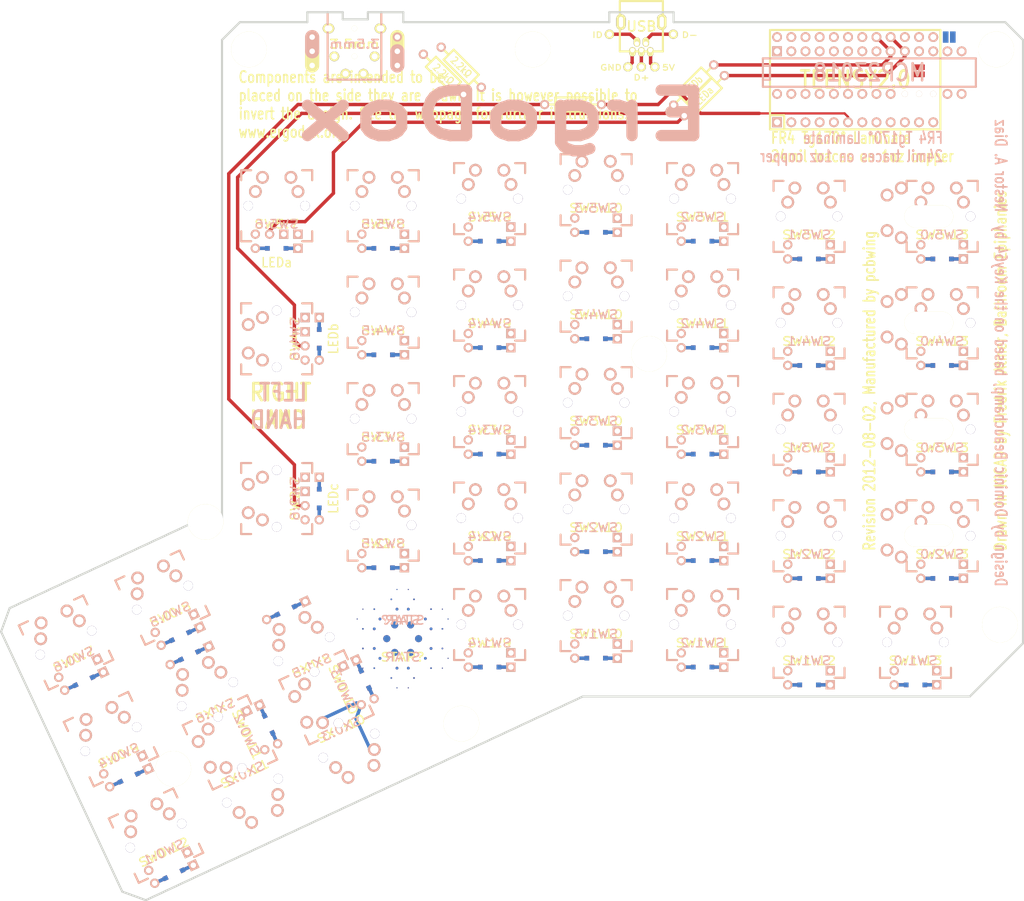
<source format=kicad_pcb>
(kicad_pcb (version 3) (host pcbnew "(2013-01-02 BZR 3881)-testing")
  (layers (15 Front signal) (0 Back signal) (18 B.Paste user) (19 F.Paste user) (20 B.SilkS user) (21 F.SilkS user) (22 B.Mask user) (23 F.Mask user) (28 Edge.Cuts user))
  (net 0 "")
  (net 1 /COL0)
  (net 2 /COL1)
  (net 3 /COL10)
  (net 4 /COL11)
  (net 5 /COL4)
  (net 6 /COL5)
  (net 7 /COL6)
  (net 8 /LED_A)
  (net 9 /LED_B)
  (net 10 /LED_C)
  (net 11 /ROW0)
  (net 12 /ROW1)
  (net 13 /ROW2)
  (net 14 /ROW3)
  (net 15 /ROW4)
  (net 16 /ROW5)
  (net 17 /SCLM)
  (net 18 /SDAM)
  (net 19 GND)
  (net 20 N-000001)
  (net 21 N-000003)
  (net 22 N-000011)
  (net 23 N-000012)
  (net 24 N-000013)
  (net 25 N-000015)
  (net 26 N-000016)
  (net 27 N-000017)
  (net 28 N-000018)
  (net 29 N-000026)
  (net 30 N-000027)
  (net 31 N-000030)
  (net 32 N-000033)
  (net 33 N-000034)
  (net 34 N-000035)
  (net 35 N-000036)
  (net 36 N-000037)
  (net 37 N-000038)
  (net 38 N-000039)
  (net 39 N-000040)
  (net 40 N-000041)
  (net 41 N-000042)
  (net 42 N-000043)
  (net 43 N-000044)
  (net 44 N-000045)
  (net 45 N-000046)
  (net 46 N-000047)
  (net 47 N-000048)
  (net 48 N-000049)
  (net 49 N-000050)
  (net 50 N-000051)
  (net 51 N-000052)
  (net 52 N-000055)
  (net 53 N-000056)
  (net 54 N-000057)
  (net 55 N-000058)
  (net 56 N-000059)
  (net 57 N-000060)
  (net 58 N-000063)
  (net 59 N-000064)
  (net 60 N-000065)
  (net 61 N-000067)
  (net 62 N-000068)
  (net 63 N-000069)
  (net 64 N-000072)
  (net 65 VCC)
  (module STAR (layer Back) (at 94.9325 142.5575)
    (fp_text reference STAR? (at 0 -3.302) (layer B.SilkS) (effects (font (size 1.524 1.778) (thickness 0.254)) (justify mirror)))
    (fp_text value STAR (at 0 -3.302) (layer B.SilkS) (effects (font (size 1.524 1.778) (thickness 0.254)) (justify mirror)))
    (pad 0 smd circle (at 2.8448 0) (size 1.27 1.27) (layers Back))
    (pad 0 smd circle (at 1.4224 -2.46126) (size 1.27 1.27) (layers Back))
    (pad 0 smd circle (at -1.41986 -2.46126) (size 1.27 1.27) (layers Back))
    (pad 0 smd circle (at -2.8448 0) (size 1.27 1.27) (layers Back))
    (pad 0 smd circle (at -1.4224 2.46126) (size 1.27 1.27) (layers Back))
    (pad 0 smd circle (at 1.41986 2.46126) (size 1.27 1.27) (layers Back))
    (pad 1 smd circle (at 5.08 -1.75768) (size 0.508 0.508) (layers Back))
    (pad 1 smd circle (at 1.016 -5.27812) (size 0.508 0.508) (layers Back))
    (pad 1 smd circle (at -4.06146 -3.5179) (size 0.508 0.508) (layers Back))
    (pad 1 smd circle (at -5.08 1.75768) (size 0.508 0.508) (layers Back))
    (pad 1 smd circle (at -1.016 5.27812) (size 0.508 0.508) (layers Back))
    (pad 1 smd circle (at 4.06146 3.5179) (size 0.508 0.508) (layers Back))
    (pad 2 smd circle (at 4.064 -3.5179) (size 0.508 0.508) (layers Back))
    (pad 2 smd circle (at -1.01346 -5.27812) (size 0.508 0.508) (layers Back))
    (pad 2 smd circle (at -5.08 -1.75768) (size 0.508 0.508) (layers Back))
    (pad 2 smd circle (at -4.064 3.5179) (size 0.508 0.508) (layers Back))
    (pad 2 smd circle (at 1.01346 5.27812) (size 0.508 0.508) (layers Back))
    (pad 2 smd circle (at 5.07746 1.75768) (size 0.508 0.508) (layers Back))
    (pad 3 smd circle (at 7.112 -1.75768) (size 0.3048 0.3048) (layers Back))
    (pad 3 smd circle (at 2.032 -7.03834) (size 0.3048 0.3048) (layers Back))
    (pad 3 smd circle (at -5.07746 -5.27812) (size 0.3048 0.3048) (layers Back))
    (pad 3 smd circle (at -7.112 1.75768) (size 0.3048 0.3048) (layers Back))
    (pad 3 smd circle (at -2.032 7.03834) (size 0.3048 0.3048) (layers Back))
    (pad 3 smd circle (at 5.07746 5.27812) (size 0.3048 0.3048) (layers Back))
    (pad 4 smd circle (at 5.08 -5.27812) (size 0.3048 0.3048) (layers Back))
    (pad 4 smd circle (at -2.02946 -7.03834) (size 0.3048 0.3048) (layers Back))
    (pad 4 smd circle (at -7.112 -1.75768) (size 0.3048 0.3048) (layers Back))
    (pad 4 smd circle (at -5.08 5.27812) (size 0.3048 0.3048) (layers Back))
    (pad 4 smd circle (at 2.02946 7.03834) (size 0.3048 0.3048) (layers Back))
    (pad 4 smd circle (at 7.10946 1.75768) (size 0.3048 0.3048) (layers Back))
    (pad 5 smd circle (at 8.128 -3.5179) (size 0.2032 0.2032) (layers Back))
    (pad 5 smd circle (at 1.016 -8.79856) (size 0.2032 0.2032) (layers Back))
    (pad 5 smd circle (at -7.10946 -5.27812) (size 0.2032 0.2032) (layers Back))
    (pad 5 smd circle (at -8.128 3.5179) (size 0.2032 0.2032) (layers Back))
    (pad 5 smd circle (at -1.016 8.79856) (size 0.2032 0.2032) (layers Back))
    (pad 5 smd circle (at 7.10946 5.27812) (size 0.2032 0.2032) (layers Back))
    (pad 6 smd circle (at 7.112 -5.27812) (size 0.2032 0.2032) (layers Back))
    (pad 6 smd circle (at -1.01346 -8.79856) (size 0.2032 0.2032) (layers Back))
    (pad 6 smd circle (at -8.128 -3.5179) (size 0.2032 0.2032) (layers Back))
    (pad 6 smd circle (at -7.112 5.27812) (size 0.2032 0.2032) (layers Back))
    (pad 6 smd circle (at 1.01346 8.79856) (size 0.2032 0.2032) (layers Back))
    (pad 6 smd circle (at 8.128 3.5179) (size 0.2032 0.2032) (layers Back))
  )
  (module STAR (layer Front) (at 94.9325 142.5575)
    (fp_text reference STAR? (at 0 3.302) (layer F.SilkS) (effects (font (size 1.524 1.778) (thickness 0.254))))
    (fp_text value STAR (at 0 3.302) (layer B.SilkS) (effects (font (size 1.524 1.778) (thickness 0.254)) (justify mirror)))
    (pad 0 smd circle (at 2.8448 0) (size 1.27 1.27) (layers Front))
    (pad 0 smd circle (at 1.4224 2.46126) (size 1.27 1.27) (layers Front))
    (pad 0 smd circle (at -1.41986 2.46126) (size 1.27 1.27) (layers Front))
    (pad 0 smd circle (at -2.8448 0) (size 1.27 1.27) (layers Front))
    (pad 0 smd circle (at -1.4224 -2.46126) (size 1.27 1.27) (layers Front))
    (pad 0 smd circle (at 1.41986 -2.46126) (size 1.27 1.27) (layers Front))
    (pad 1 smd circle (at 5.08 1.75768) (size 0.508 0.508) (layers Front))
    (pad 1 smd circle (at 1.016 5.27812) (size 0.508 0.508) (layers Front))
    (pad 1 smd circle (at -4.06146 3.5179) (size 0.508 0.508) (layers Front))
    (pad 1 smd circle (at -5.08 -1.75768) (size 0.508 0.508) (layers Front))
    (pad 1 smd circle (at -1.016 -5.27812) (size 0.508 0.508) (layers Front))
    (pad 1 smd circle (at 4.06146 -3.5179) (size 0.508 0.508) (layers Front))
    (pad 2 smd circle (at 4.064 3.5179) (size 0.508 0.508) (layers Front))
    (pad 2 smd circle (at -1.01346 5.27812) (size 0.508 0.508) (layers Front))
    (pad 2 smd circle (at -5.08 1.75768) (size 0.508 0.508) (layers Front))
    (pad 2 smd circle (at -4.064 -3.5179) (size 0.508 0.508) (layers Front))
    (pad 2 smd circle (at 1.01346 -5.27812) (size 0.508 0.508) (layers Front))
    (pad 2 smd circle (at 5.07746 -1.75768) (size 0.508 0.508) (layers Front))
    (pad 3 smd circle (at 7.112 1.75768) (size 0.3048 0.3048) (layers Front))
    (pad 3 smd circle (at 2.032 7.03834) (size 0.3048 0.3048) (layers Front))
    (pad 3 smd circle (at -5.07746 5.27812) (size 0.3048 0.3048) (layers Front))
    (pad 3 smd circle (at -7.112 -1.75768) (size 0.3048 0.3048) (layers Front))
    (pad 3 smd circle (at -2.032 -7.03834) (size 0.3048 0.3048) (layers Front))
    (pad 3 smd circle (at 5.07746 -5.27812) (size 0.3048 0.3048) (layers Front))
    (pad 4 smd circle (at 5.08 5.27812) (size 0.3048 0.3048) (layers Front))
    (pad 4 smd circle (at -2.02946 7.03834) (size 0.3048 0.3048) (layers Front))
    (pad 4 smd circle (at -7.112 1.75768) (size 0.3048 0.3048) (layers Front))
    (pad 4 smd circle (at -5.08 -5.27812) (size 0.3048 0.3048) (layers Front))
    (pad 4 smd circle (at 2.02946 -7.03834) (size 0.3048 0.3048) (layers Front))
    (pad 4 smd circle (at 7.10946 -1.75768) (size 0.3048 0.3048) (layers Front))
    (pad 5 smd circle (at 8.128 3.5179) (size 0.2032 0.2032) (layers Front))
    (pad 5 smd circle (at 1.016 8.79856) (size 0.2032 0.2032) (layers Front))
    (pad 5 smd circle (at -7.10946 5.27812) (size 0.2032 0.2032) (layers Front))
    (pad 5 smd circle (at -8.128 -3.5179) (size 0.2032 0.2032) (layers Front))
    (pad 5 smd circle (at -1.016 -8.79856) (size 0.2032 0.2032) (layers Front))
    (pad 5 smd circle (at 7.10946 -5.27812) (size 0.2032 0.2032) (layers Front))
    (pad 6 smd circle (at 7.112 5.27812) (size 0.2032 0.2032) (layers Front))
    (pad 6 smd circle (at -1.01346 8.79856) (size 0.2032 0.2032) (layers Front))
    (pad 6 smd circle (at -8.128 3.5179) (size 0.2032 0.2032) (layers Front))
    (pad 6 smd circle (at -7.112 -5.27812) (size 0.2032 0.2032) (layers Front))
    (pad 6 smd circle (at 1.01346 -8.79856) (size 0.2032 0.2032) (layers Front))
    (pad 6 smd circle (at 8.128 -3.5179) (size 0.2032 0.2032) (layers Front))
  )
  (module DIP28_300 (layer Back) (at 178.435 41.275)
    (fp_text reference U2 hide)
    (fp_text value MCP23018 (at 0 0) (layer B.SilkS) (effects (font (size 3.048 2.54) (thickness 0.4572)) (justify mirror)))
    (pad 2 thru_hole circle (at -13.97 -3.81) (size 1.7526 1.7526) (drill 1.0922) (layers *.Cu *.SilkS *.Mask))
    (pad 3 thru_hole circle (at -11.43 -3.81) (size 1.7526 1.7526) (drill 1.0922) (layers *.Cu *.SilkS *.Mask))
    (pad 4 thru_hole circle (at -8.89 -3.81) (size 1.7526 1.7526) (drill 1.0922) (layers *.Cu *.SilkS *.Mask))
    (pad 5 thru_hole circle (at -6.35 -3.81) (size 1.7526 1.7526) (drill 1.0922) (layers *.Cu *.SilkS *.Mask))
    (pad 6 thru_hole circle (at -3.81 -3.81) (size 1.7526 1.7526) (drill 1.0922) (layers *.Cu *.SilkS *.Mask))
    (pad 7 thru_hole circle (at -1.27 -3.81) (size 1.7526 1.7526) (drill 1.0922) (layers *.Cu *.SilkS *.Mask))
    (pad 8 thru_hole circle (at 1.27 -3.81) (size 1.7526 1.7526) (drill 1.0922) (layers *.Cu *.SilkS *.Mask))
    (pad 9 thru_hole circle (at 3.81 -3.81) (size 1.7526 1.7526) (drill 1.0922) (layers *.Cu *.SilkS *.Mask))
    (pad 10 thru_hole circle (at 6.35 -3.81) (size 1.7526 1.7526) (drill 1.0922) (layers *.Cu *.SilkS *.Mask))
    (pad 11 thru_hole circle (at 8.89 -3.81) (size 1.7526 1.7526) (drill 1.0922) (layers *.Cu *.SilkS *.Mask))
    (pad 12 thru_hole circle (at 11.43 -3.81) (size 1.7526 1.7526) (drill 1.0922) (layers *.Cu *.SilkS *.Mask))
    (pad 13 thru_hole circle (at 13.97 -3.81) (size 1.7526 1.7526) (drill 1.0922) (layers *.Cu *.SilkS *.Mask))
    (pad 14 thru_hole circle (at 16.51 -3.81) (size 1.7526 1.7526) (drill 1.0922) (layers *.Cu *.SilkS *.Mask))
    (pad 1 thru_hole rect (at -16.51 -3.81) (size 1.7526 1.7526) (drill 1.0922) (layers *.Cu *.SilkS *.Mask))
    (pad 15 thru_hole circle (at 16.51 3.81) (size 1.7526 1.7526) (drill 1.0922) (layers *.Cu *.SilkS *.Mask))
    (pad 16 thru_hole circle (at 13.97 3.81) (size 1.7526 1.7526) (drill 1.0922) (layers *.Cu *.SilkS *.Mask))
    (pad 17 np_thru_hole circle (at 11.43 3.81) (size 1.0922 1.0922) (drill 1.0922) (layers *.Cu *.SilkS *.Mask))
    (pad 18 np_thru_hole circle (at 8.89 3.81) (size 1.0922 1.0922) (drill 1.0922) (layers *.Cu *.SilkS *.Mask))
    (pad 19 np_thru_hole circle (at 6.35 3.81) (size 1.0922 1.0922) (drill 1.0922) (layers *.Cu *.SilkS *.Mask))
    (pad 20 thru_hole circle (at 3.81 3.81) (size 1.7526 1.7526) (drill 1.0922) (layers *.Cu *.SilkS *.Mask))
    (pad 21 thru_hole circle (at 1.27 3.81) (size 1.7526 1.7526) (drill 1.0922) (layers *.Cu *.SilkS *.Mask))
    (pad 22 thru_hole circle (at -1.27 3.81) (size 1.7526 1.7526) (drill 1.0922) (layers *.Cu *.SilkS *.Mask))
    (pad 23 thru_hole circle (at -3.81 3.81) (size 1.7526 1.7526) (drill 1.0922) (layers *.Cu *.SilkS *.Mask))
    (pad 24 thru_hole circle (at -6.35 3.81) (size 1.7526 1.7526) (drill 1.0922) (layers *.Cu *.SilkS *.Mask))
    (pad 25 thru_hole circle (at -8.89 3.81) (size 1.7526 1.7526) (drill 1.0922) (layers *.Cu *.SilkS *.Mask))
    (pad 26 thru_hole circle (at -11.43 3.81) (size 1.7526 1.7526) (drill 1.0922) (layers *.Cu *.SilkS *.Mask))
    (pad 27 thru_hole circle (at -13.97 3.81) (size 1.7526 1.7526) (drill 1.0922) (layers *.Cu *.SilkS *.Mask))
    (pad 28 thru_hole circle (at -16.51 3.81) (size 1.7526 1.7526) (drill 1.0922) (layers *.Cu *.SilkS *.Mask))
  )
  (module DIODE (layer Front) (at 56.7944 145.57756 25)
    (fp_text reference D1:7 hide)
    (fp_text value D hide)
    (fp_line (start -3.81 0) (end -1.6637 0) (layer Back) (width 0.6096))
    (fp_line (start 1.6637 0) (end 3.81 0) (layer Back) (width 0.6096))
    (fp_line (start -3.81 0) (end -1.6637 0) (layer Front) (width 0.6096))
    (fp_line (start 1.6637 0) (end 3.81 0) (layer Front) (width 0.6096))
    (pad 1 thru_hole circle (at -3.81 0 25) (size 1.651 1.651) (drill 0.9906) (layers *.Cu *.SilkS *.Mask))
    (pad 99 smd rect (at -1.6637 0 25) (size 0.8382 0.8382) (layers Front F.Paste F.Mask))
    (pad 99 smd rect (at -1.6637 0 25) (size 0.8382 0.8382) (layers Back B.Paste B.Mask))
    (pad 2 thru_hole rect (at 3.81 0 25) (size 1.651 1.651) (drill 0.9906) (layers *.Cu *.SilkS *.Mask))
    (pad 99 smd rect (at 1.6637 0 25) (size 0.8382 0.8382) (layers Front F.Paste F.Mask))
    (pad 99 smd rect (at 1.6637 0 25) (size 0.8382 0.8382) (layers Back B.Paste B.Mask))
  )
  (module DIODE (layer Front) (at 74.05878 137.52576 25)
    (fp_text reference D1:8 hide)
    (fp_text value D hide)
    (fp_line (start -3.81 0) (end -1.6637 0) (layer Back) (width 0.6096))
    (fp_line (start 1.6637 0) (end 3.81 0) (layer Back) (width 0.6096))
    (fp_line (start -3.81 0) (end -1.6637 0) (layer Front) (width 0.6096))
    (fp_line (start 1.6637 0) (end 3.81 0) (layer Front) (width 0.6096))
    (pad 1 thru_hole circle (at -3.81 0 25) (size 1.651 1.651) (drill 0.9906) (layers *.Cu *.SilkS *.Mask))
    (pad 99 smd rect (at -1.6637 0 25) (size 0.8382 0.8382) (layers Front F.Paste F.Mask))
    (pad 99 smd rect (at -1.6637 0 25) (size 0.8382 0.8382) (layers Back B.Paste B.Mask))
    (pad 2 thru_hole rect (at 3.81 0 25) (size 1.651 1.651) (drill 0.9906) (layers *.Cu *.SilkS *.Mask))
    (pad 99 smd rect (at 1.6637 0 25) (size 0.8382 0.8382) (layers Front F.Paste F.Mask))
    (pad 99 smd rect (at 1.6637 0 25) (size 0.8382 0.8382) (layers Back B.Paste B.Mask))
  )
  (module MX_LED (layer Front) (at 72.39 117.48516 90)
    (fp_text reference LED_C1 hide)
    (fp_text value LEDc (at 0 10.16 90) (layer F.SilkS) (effects (font (size 1.651 1.524) (thickness 0.254))))
    (pad 1 thru_hole circle (at -1.27 5.08 90) (size 1.651 1.651) (drill 0.9906) (layers *.Cu *.SilkS *.Mask) (net 61 N-000067))
    (pad 2 thru_hole rect (at 1.27 5.08 90) (size 1.651 1.651) (drill 0.9906) (layers *.Cu *.SilkS *.Mask))
  )
  (module MX_LED (layer Front) (at 72.39 88.91016 90)
    (fp_text reference LED_B1 hide)
    (fp_text value LEDb (at 0 10.16 90) (layer F.SilkS) (effects (font (size 1.651 1.524) (thickness 0.254))))
    (pad 1 thru_hole circle (at -1.27 5.08 90) (size 1.651 1.651) (drill 0.9906) (layers *.Cu *.SilkS *.Mask) (net 62 N-000068))
    (pad 2 thru_hole rect (at 1.27 5.08 90) (size 1.651 1.651) (drill 0.9906) (layers *.Cu *.SilkS *.Mask))
  )
  (module MX_LED (layer Front) (at 72.39 65.1002)
    (fp_text reference LED_A1 hide)
    (fp_text value LEDa (at 0 10.16) (layer F.SilkS) (effects (font (size 1.651 1.524) (thickness 0.254))))
    (pad 1 thru_hole circle (at -1.27 5.08) (size 1.651 1.651) (drill 0.9906) (layers *.Cu *.SilkS *.Mask) (net 63 N-000069))
    (pad 2 thru_hole rect (at 1.27 5.08) (size 1.651 1.651) (drill 0.9906) (layers *.Cu *.SilkS *.Mask))
  )
  (module USBMINImod (layer Front) (at 137.6426 30.48 270)
    (fp_text reference J1 hide)
    (fp_text value USB (at 2.54 0 360) (layer F.SilkS) (effects (font (size 1.778 1.778) (thickness 0.3048))))
    (fp_line (start 9.779 2.413) (end 9.017 1.651) (layer Front) (width 0.6096))
    (fp_line (start 9.017 1.651) (end 7.493 1.651) (layer Front) (width 0.6096))
    (fp_line (start 9.779 -2.413) (end 9.144 -1.651) (layer Front) (width 0.6096))
    (fp_line (start 9.144 -1.651) (end 7.493 -1.651) (layer Front) (width 0.6096))
    (fp_line (start 7.493 0) (end 9.779 0) (layer Front) (width 0.6096))
    (fp_line (start 4.953 0.889) (end 3.937 2.032) (layer Front) (width 0.6096))
    (fp_line (start 3.937 2.032) (end 3.937 5.715) (layer Front) (width 0.6096))
    (fp_line (start 4.953 -0.889) (end 3.937 -1.905) (layer Front) (width 0.6096))
    (fp_line (start 3.937 -1.905) (end 3.937 -5.715) (layer Front) (width 0.6096))
    (pad 1 thru_hole oval (at 6.79958 -1.6002 270) (size 1.651 1.143) (drill 0.762 (offset 0.27432 0)) (layers *.Cu *.Mask F.SilkS))
    (pad 2 thru_hole oval (at 5.6007 -0.8001 270) (size 1.651 1.143) (drill 0.762 (offset -0.27432 0)) (layers *.Cu *.Mask F.SilkS))
    (pad 3 thru_hole oval (at 6.79958 0 270) (size 1.651 1.143) (drill 0.762 (offset 0.27432 0)) (layers *.Cu *.Mask F.SilkS))
    (pad 4 thru_hole oval (at 5.6007 0.8001 270) (size 1.651 1.143) (drill 0.762 (offset -0.27432 0)) (layers *.Cu *.Mask F.SilkS))
    (pad 5 thru_hole oval (at 6.79958 1.6002 270) (size 1.651 1.143) (drill 0.762 (offset 0.27432 0)) (layers *.Cu *.Mask F.SilkS))
    (pad 6 thru_hole oval (at 1.75006 3.64744 270) (size 2.794 1.7018) (drill oval 1.905 0.762) (layers *.Cu *.Mask F.SilkS))
    (pad 6 thru_hole oval (at 1.75006 -3.64744 270) (size 2.794 1.7018) (drill oval 1.905 0.762) (layers *.Cu *.Mask F.SilkS))
    (pad 1 thru_hole circle (at 9.779 -2.413 270) (size 1.651 1.651) (drill 0.9906) (layers *.Cu *.Mask F.SilkS))
    (pad 2 thru_hole circle (at 3.937 -5.715 270) (size 1.651 1.651) (drill 0.9906) (layers *.Cu *.Mask F.SilkS))
    (pad 3 thru_hole circle (at 9.779 0 270) (size 1.651 1.651) (drill 0.9906) (layers *.Cu *.Mask F.SilkS))
    (pad 4 thru_hole circle (at 3.937 5.715 270) (size 1.651 1.651) (drill 0.9906) (layers *.Cu *.Mask F.SilkS))
    (pad 5 thru_hole circle (at 9.779 2.413 270) (size 1.651 1.651) (drill 0.9906) (layers *.Cu *.Mask F.SilkS))
  )
  (module MX_FLIP (layer Front) (at 77.2795 144.43202 25)
    (fp_text reference SX1:8 (at 0 3.302 25) (layer F.SilkS) (effects (font (size 1.524 1.778) (thickness 0.254))))
    (fp_text value SX1:5 (at 0 3.302 25) (layer B.SilkS) (effects (font (size 1.524 1.778) (thickness 0.254)) (justify mirror)))
    (pad 1 thru_hole circle (at 2.54 -5.08 25) (size 2.286 2.286) (drill 1.4986) (layers *.Cu *.SilkS *.Mask))
    (pad 2 thru_hole circle (at -3.81 -2.54 25) (size 2.286 2.286) (drill 1.4986) (layers *.Cu *.SilkS *.Mask))
    (pad 0 np_thru_hole circle (at 0 0 25) (size 3.9878 3.9878) (drill 3.9878) (layers *.Cu))
    (pad 0 thru_hole circle (at -5.08 0 25) (size 1.7018 1.7018) (drill 1.7018) (layers *.Cu))
    (pad 0 thru_hole circle (at 5.08 0 25) (size 1.7018 1.7018) (drill 1.7018) (layers *.Cu))
    (pad 1 thru_hole circle (at 3.81 -2.54 25) (size 2.286 2.286) (drill 1.4986) (layers *.Cu *.SilkS *.Mask))
    (pad 2 thru_hole circle (at -2.54 -5.08 25) (size 2.286 2.286) (drill 1.4986) (layers *.Cu *.SilkS *.Mask))
  )
  (module MX_FLIP (layer Front) (at 60.01512 152.48382 25)
    (fp_text reference SX1:7 (at 0 3.302 25) (layer F.SilkS) (effects (font (size 1.524 1.778) (thickness 0.254))))
    (fp_text value SX1:6 (at 0 3.302 25) (layer B.SilkS) (effects (font (size 1.524 1.778) (thickness 0.254)) (justify mirror)))
    (pad 1 thru_hole circle (at 2.54 -5.08 25) (size 2.286 2.286) (drill 1.4986) (layers *.Cu *.SilkS *.Mask))
    (pad 2 thru_hole circle (at -3.81 -2.54 25) (size 2.286 2.286) (drill 1.4986) (layers *.Cu *.SilkS *.Mask))
    (pad 0 np_thru_hole circle (at 0 0 25) (size 3.9878 3.9878) (drill 3.9878) (layers *.Cu))
    (pad 0 thru_hole circle (at -5.08 0 25) (size 1.7018 1.7018) (drill 1.7018) (layers *.Cu))
    (pad 0 thru_hole circle (at 5.08 0 25) (size 1.7018 1.7018) (drill 1.7018) (layers *.Cu))
    (pad 1 thru_hole circle (at 3.81 -2.54 25) (size 2.286 2.286) (drill 1.4986) (layers *.Cu *.SilkS *.Mask))
    (pad 2 thru_hole circle (at -2.54 -5.08 25) (size 2.286 2.286) (drill 1.4986) (layers *.Cu *.SilkS *.Mask))
  )
  (module MX_FLIP (layer Front) (at 85.3313 161.69894 205)
    (fp_text reference SX0:10 (at 0 3.302 205) (layer F.SilkS) (effects (font (size 1.524 1.778) (thickness 0.254))))
    (fp_text value SX0:3 (at 0 3.302 205) (layer B.SilkS) (effects (font (size 1.524 1.778) (thickness 0.254)) (justify mirror)))
    (pad 1 thru_hole circle (at 2.54 -5.08 205) (size 2.286 2.286) (drill 1.4986) (layers *.Cu *.SilkS *.Mask))
    (pad 2 thru_hole circle (at -3.81 -2.54 205) (size 2.286 2.286) (drill 1.4986) (layers *.Cu *.SilkS *.Mask) (net 30 N-000027))
    (pad 0 np_thru_hole circle (at 0 0 205) (size 3.9878 3.9878) (drill 3.9878) (layers *.Cu))
    (pad 0 thru_hole circle (at -5.08 0 205) (size 1.7018 1.7018) (drill 1.7018) (layers *.Cu))
    (pad 0 thru_hole circle (at 5.08 0 205) (size 1.7018 1.7018) (drill 1.7018) (layers *.Cu))
    (pad 1 thru_hole circle (at 3.81 -2.54 205) (size 2.286 2.286) (drill 1.4986) (layers *.Cu *.SilkS *.Mask))
    (pad 2 thru_hole circle (at -2.54 -5.08 205) (size 2.286 2.286) (drill 1.4986) (layers *.Cu *.SilkS *.Mask))
  )
  (module MX_FLIP (layer Front) (at 68.06438 169.7482 205)
    (fp_text reference SX0:11 (at 0 3.302 205) (layer F.SilkS) (effects (font (size 1.524 1.778) (thickness 0.254))))
    (fp_text value SX0:2 (at 0 3.302 205) (layer B.SilkS) (effects (font (size 1.524 1.778) (thickness 0.254)) (justify mirror)))
    (pad 1 thru_hole circle (at 2.54 -5.08 205) (size 2.286 2.286) (drill 1.4986) (layers *.Cu *.SilkS *.Mask))
    (pad 2 thru_hole circle (at -3.81 -2.54 205) (size 2.286 2.286) (drill 1.4986) (layers *.Cu *.SilkS *.Mask))
    (pad 0 np_thru_hole circle (at 0 0 205) (size 3.9878 3.9878) (drill 3.9878) (layers *.Cu))
    (pad 0 thru_hole circle (at -5.08 0 205) (size 1.7018 1.7018) (drill 1.7018) (layers *.Cu))
    (pad 0 thru_hole circle (at 5.08 0 205) (size 1.7018 1.7018) (drill 1.7018) (layers *.Cu))
    (pad 1 thru_hole circle (at 3.81 -2.54 205) (size 2.286 2.286) (drill 1.4986) (layers *.Cu *.SilkS *.Mask))
    (pad 2 thru_hole circle (at -2.54 -5.08 205) (size 2.286 2.286) (drill 1.4986) (layers *.Cu *.SilkS *.Mask))
  )
  (module RESISTOR (layer Front) (at 148.9075 45.4025 225)
    (fp_text reference RA1 hide)
    (fp_text value LEDa (at 0 0 225) (layer F.SilkS) (effects (font (size 1.27 1.016) (thickness 0.2032))))
    (pad 1 thru_hole circle (at -5.08 0 225) (size 1.651 1.651) (drill 0.9906) (layers *.Cu *.SilkS *.Mask) (net 8 /LED_A))
    (pad 2 thru_hole circle (at 5.08 0 225) (size 1.651 1.651) (drill 0.9906) (layers *.Cu *.SilkS *.Mask) (net 63 N-000069))
  )
  (module RESISTOR (layer Front) (at 147.0025 43.4975 225)
    (fp_text reference RB1 hide)
    (fp_text value LEDb (at 0 0 225) (layer F.SilkS) (effects (font (size 1.27 1.016) (thickness 0.2032))))
    (pad 1 thru_hole circle (at -5.08 0 225) (size 1.651 1.651) (drill 0.9906) (layers *.Cu *.SilkS *.Mask) (net 9 /LED_B))
    (pad 2 thru_hole circle (at 5.08 0 225) (size 1.651 1.651) (drill 0.9906) (layers *.Cu *.SilkS *.Mask) (net 62 N-000068))
  )
  (module RESISTOR (layer Front) (at 125.4125 46.99 180)
    (fp_text reference RC1 hide)
    (fp_text value LEDc (at 0 0 180) (layer F.SilkS) (effects (font (size 1.27 1.016) (thickness 0.2032))))
    (pad 1 thru_hole circle (at -5.08 0 180) (size 1.651 1.651) (drill 0.9906) (layers *.Cu *.SilkS *.Mask) (net 10 /LED_C))
    (pad 2 thru_hole circle (at 5.08 0 180) (size 1.651 1.651) (drill 0.9906) (layers *.Cu *.SilkS *.Mask) (net 61 N-000067))
  )
  (module RESISTOR (layer Front) (at 105.41 40.3225 315)
    (fp_text reference R1 hide)
    (fp_text value 2.2kΩ (at 0 0 315) (layer F.SilkS) (effects (font (size 1.27 1.016) (thickness 0.2032))))
    (pad 1 thru_hole circle (at -5.08 0 315) (size 1.651 1.651) (drill 0.9906) (layers *.Cu *.SilkS *.Mask))
    (pad 2 thru_hole circle (at 5.08 0 315) (size 1.651 1.651) (drill 0.9906) (layers *.Cu *.SilkS *.Mask))
  )
  (module RESISTOR (layer Front) (at 102.235 41.5925 315)
    (fp_text reference R2 hide)
    (fp_text value 2.2kΩ (at 0 0 315) (layer F.SilkS) (effects (font (size 1.27 1.016) (thickness 0.2032))))
    (pad 1 thru_hole circle (at -5.08 0 315) (size 1.651 1.651) (drill 0.9906) (layers *.Cu *.SilkS *.Mask))
    (pad 2 thru_hole circle (at 5.08 0 315) (size 1.651 1.651) (drill 0.9906) (layers *.Cu *.SilkS *.Mask))
  )
  (module 100PITCH1X3 (layer Front) (at 78.74 37.465 90)
    (fp_text reference J4 hide)
    (fp_text value JMP hide)
    (pad 1 thru_hole circle (at -2.54 0 90) (size 1.651 1.651) (drill 0.9906) (layers *.Cu *.Mask F.SilkS))
    (pad 2 thru_hole circle (at 0 0 90) (size 1.651 1.651) (drill 0.9906) (layers *.Cu *.Mask F.SilkS))
    (pad 3 thru_hole circle (at 2.54 0 90) (size 1.651 1.651) (drill 0.9906) (layers *.Cu *.Mask F.SilkS))
  )
  (module 100PITCH1X3 (layer Back) (at 93.98 37.465 90)
    (fp_text reference J3 hide)
    (fp_text value JMP hide)
    (pad 1 thru_hole circle (at -2.54 0 90) (size 1.651 1.651) (drill 0.9906) (layers *.Cu *.Mask B.SilkS))
    (pad 2 thru_hole circle (at 0 0 90) (size 1.651 1.651) (drill 0.9906) (layers *.Cu *.Mask B.SilkS))
    (pad 3 thru_hole circle (at 2.54 0 90) (size 1.651 1.651) (drill 0.9906) (layers *.Cu *.Mask B.SilkS))
  )
  (module TEENSY_2.0 (layer Front) (at 175.895 42.545)
    (fp_text reference U1 hide)
    (fp_text value TEENSY2.0 (at 0 0) (layer F.SilkS) (effects (font (size 3.048 2.54) (thickness 0.4572))))
    (pad 1 thru_hole rect (at -13.97 7.62) (size 1.7526 1.7526) (drill 1.0922) (layers *.Cu *.SilkS *.Mask))
    (pad 2 thru_hole circle (at -11.43 7.62) (size 1.7526 1.7526) (drill 1.0922) (layers *.Cu *.SilkS *.Mask))
    (pad 3 thru_hole circle (at -8.89 7.62) (size 1.7526 1.7526) (drill 1.0922) (layers *.Cu *.SilkS *.Mask))
    (pad 4 thru_hole circle (at -6.35 7.62) (size 1.7526 1.7526) (drill 1.0922) (layers *.Cu *.SilkS *.Mask))
    (pad 5 thru_hole circle (at -3.81 7.62) (size 1.7526 1.7526) (drill 1.0922) (layers *.Cu *.SilkS *.Mask))
    (pad 6 thru_hole circle (at -1.27 7.62) (size 1.7526 1.7526) (drill 1.0922) (layers *.Cu *.SilkS *.Mask) (net 10 /LED_C))
    (pad 7 thru_hole circle (at 1.27 7.62) (size 1.7526 1.7526) (drill 1.0922) (layers *.Cu *.SilkS *.Mask))
    (pad 8 thru_hole circle (at 3.81 7.62) (size 1.7526 1.7526) (drill 1.0922) (layers *.Cu *.SilkS *.Mask))
    (pad 9 thru_hole circle (at 6.35 7.62) (size 1.7526 1.7526) (drill 1.0922) (layers *.Cu *.SilkS *.Mask))
    (pad 10 thru_hole circle (at 8.89 7.62) (size 1.7526 1.7526) (drill 1.0922) (layers *.Cu *.SilkS *.Mask))
    (pad 11 thru_hole circle (at 11.43 7.62) (size 1.7526 1.7526) (drill 1.0922) (layers *.Cu *.SilkS *.Mask))
    (pad 12 thru_hole circle (at 13.97 7.62) (size 1.7526 1.7526) (drill 1.0922) (layers *.Cu *.SilkS *.Mask))
    (pad 18 thru_hole circle (at 13.97 -7.62) (size 1.7526 1.7526) (drill 1.08966) (layers *.Cu *.SilkS *.Mask))
    (pad 19 thru_hole circle (at 11.43 -7.62) (size 1.7526 1.7526) (drill 1.0922) (layers *.Cu *.SilkS *.Mask))
    (pad 20 thru_hole circle (at 8.89 -7.62) (size 1.7526 1.7526) (drill 1.0922) (layers *.Cu *.SilkS *.Mask))
    (pad 21 thru_hole circle (at 6.35 -7.62) (size 1.7526 1.7526) (drill 1.0922) (layers *.Cu *.SilkS *.Mask) (net 8 /LED_A))
    (pad 22 thru_hole circle (at 3.81 -7.62) (size 1.7526 1.7526) (drill 1.0922) (layers *.Cu *.SilkS *.Mask) (net 9 /LED_B))
    (pad 23 thru_hole circle (at 1.27 -7.62) (size 1.7526 1.7526) (drill 1.0922) (layers *.Cu *.SilkS *.Mask))
    (pad 24 thru_hole circle (at -1.27 -7.62) (size 1.7526 1.7526) (drill 1.0922) (layers *.Cu *.SilkS *.Mask))
    (pad 27 thru_hole circle (at -8.89 -7.62) (size 1.7526 1.7526) (drill 1.0922) (layers *.Cu *.SilkS *.Mask))
    (pad 28 thru_hole circle (at -11.43 -7.62) (size 1.7526 1.7526) (drill 1.0922) (layers *.Cu *.SilkS *.Mask))
    (pad 29 thru_hole circle (at -13.97 -7.62) (size 1.7526 1.7526) (drill 1.0922) (layers *.Cu *.SilkS *.Mask))
    (pad 25 thru_hole circle (at -3.81 -7.62) (size 1.7526 1.7526) (drill 1.0922) (layers *.Cu *.SilkS *.Mask))
    (pad 26 thru_hole circle (at -6.35 -7.62) (size 1.7526 1.7526) (drill 1.0922) (layers *.Cu *.SilkS *.Mask))
  )
  (module GAP (layer Back) (at 192.7225 34.925 270)
    (fp_text reference JP2 hide)
    (fp_text value JUMPER hide)
    (pad 1 smd rect (at 0 0.635 270) (size 2.032 1.016) (layers Back B.Paste B.Mask))
    (pad 1 smd rect (at 0 -0.635 270) (size 2.032 1.016) (layers Back B.Paste B.Mask))
  )
  (module GAP (layer Front) (at 187.325 40.9575)
    (fp_text reference JP1 hide)
    (fp_text value JUMPER hide)
    (pad 1 smd rect (at 0 -0.635) (size 2.032 1.016) (layers Front F.Paste F.Mask))
    (pad 1 smd rect (at 0 0.635) (size 2.032 1.016) (layers Front F.Paste F.Mask))
  )
  (module 4pin35mmAudio (layer Front) (at 86.3092 30.48 270)
    (fp_text reference J2 hide)
    (fp_text value 3.5mm (at 5.715 0 360) (layer F.SilkS) (effects (font (size 1.524 1.778) (thickness 0.3048))))
    (fp_text user 3.5mm (at 5.715 0 360) (layer B.SilkS) (effects (font (size 1.524 1.778) (thickness 0.3048)) (justify mirror)))
    (pad 1 thru_hole oval (at 2.8956 -4.6482 270) (size 1.7526 2.0574) (drill oval 1.0922 1.397) (layers *.Cu *.Mask F.SilkS))
    (pad 2 thru_hole circle (at 7.8994 3.6068 270) (size 1.7526 1.7526) (drill 1.0922) (layers *.Cu *.Mask F.SilkS))
    (pad 3 thru_hole circle (at 10.9982 -1.6002 270) (size 1.7526 1.7526) (drill 1.0922) (layers *.Cu *.Mask F.SilkS))
    (pad 4 thru_hole oval (at 2.8956 4.6482 270) (size 1.7526 2.0574) (drill oval 1.0922 1.397) (layers *.Cu *.Mask F.SilkS))
    (pad 5 thru_hole circle (at 10.9982 1.6002 270) (size 1.7526 1.7526) (drill 1.0922) (layers *.Cu *.Mask F.SilkS))
    (pad 6 thru_hole circle (at 7.8994 -3.6068 270) (size 1.7526 1.7526) (drill 1.0922) (layers *.Cu *.Mask F.SilkS))
    (pad HOLE np_thru_hole circle (at 2.8956 0 270) (size 0.9906 0.9906) (drill 0.9906) (layers *.Cu *.Mask F.SilkS))
    (pad HOLE np_thru_hole circle (at 7.8994 0 270) (size 0.9906 0.9906) (drill 0.9906) (layers *.Cu *.Mask F.SilkS))
  )
  (module MX_FLIP_DIODE (layer Front) (at 72.39 65.1002)
    (fp_text reference SW5:7 (at 0 3.302) (layer F.SilkS) (effects (font (size 1.524 1.778) (thickness 0.254))))
    (fp_text value SW5:6 (at 0 3.302) (layer B.SilkS) (effects (font (size 1.524 1.778) (thickness 0.254)) (justify mirror)))
    (fp_line (start -3.81 7.62) (end -1.6637 7.62) (layer Back) (width 0.6096))
    (fp_line (start 1.6637 7.62) (end 3.81 7.62) (layer Back) (width 0.6096))
    (fp_line (start -3.81 7.62) (end -1.6637 7.62) (layer Front) (width 0.6096))
    (fp_line (start 1.6637 7.62) (end 3.81 7.62) (layer Front) (width 0.6096))
    (pad 1 thru_hole circle (at 2.54 -5.08) (size 2.286 2.286) (drill 1.4986) (layers *.Cu *.SilkS *.Mask))
    (pad 2 thru_hole circle (at -3.81 -2.54) (size 2.286 2.286) (drill 1.4986) (layers *.Cu *.SilkS *.Mask))
    (pad 0 np_thru_hole circle (at 0 0) (size 3.9878 3.9878) (drill 3.9878) (layers *.Cu))
    (pad 0 thru_hole circle (at -5.08 0) (size 1.7018 1.7018) (drill 1.7018) (layers *.Cu))
    (pad 0 thru_hole circle (at 5.08 0) (size 1.7018 1.7018) (drill 1.7018) (layers *.Cu))
    (pad 1 thru_hole circle (at 3.81 -2.54) (size 2.286 2.286) (drill 1.4986) (layers *.Cu *.SilkS *.Mask))
    (pad 2 thru_hole circle (at -2.54 -5.08) (size 2.286 2.286) (drill 1.4986) (layers *.Cu *.SilkS *.Mask))
    (pad 3 thru_hole circle (at -3.81 5.08) (size 1.651 1.651) (drill 0.9906) (layers *.Cu *.SilkS *.Mask))
    (pad 4 thru_hole rect (at 3.81 5.08) (size 1.651 1.651) (drill 0.9906) (layers *.Cu *.SilkS *.Mask))
    (pad 3 thru_hole circle (at -3.81 7.62) (size 1.651 1.651) (drill 0.9906) (layers *.Cu *.SilkS *.Mask))
    (pad 4 thru_hole rect (at 3.81 7.62) (size 1.651 1.651) (drill 0.9906) (layers *.Cu *.SilkS *.Mask))
    (pad 99 smd rect (at -1.6637 7.62) (size 0.8382 0.8382) (layers Front F.Paste F.Mask))
    (pad 99 smd rect (at -1.6637 7.62) (size 0.8382 0.8382) (layers Back B.Paste B.Mask))
    (pad 99 smd rect (at 1.6637 7.62) (size 0.8382 0.8382) (layers Front F.Paste F.Mask))
    (pad 99 smd rect (at 1.6637 7.62) (size 0.8382 0.8382) (layers Back B.Paste B.Mask))
  )
  (module MX_FLIP_DIODE (layer Front) (at 72.39 88.91016 90)
    (fp_text reference SW4:7 (at 0 3.302 90) (layer F.SilkS) (effects (font (size 1.524 1.778) (thickness 0.254))))
    (fp_text value SW4:6 (at 0 3.302 90) (layer B.SilkS) (effects (font (size 1.524 1.778) (thickness 0.254)) (justify mirror)))
    (fp_line (start -3.81 7.62) (end -1.6637 7.62) (layer Back) (width 0.6096))
    (fp_line (start 1.6637 7.62) (end 3.81 7.62) (layer Back) (width 0.6096))
    (fp_line (start -3.81 7.62) (end -1.6637 7.62) (layer Front) (width 0.6096))
    (fp_line (start 1.6637 7.62) (end 3.81 7.62) (layer Front) (width 0.6096))
    (pad 1 thru_hole circle (at 2.54 -5.08 90) (size 2.286 2.286) (drill 1.4986) (layers *.Cu *.SilkS *.Mask))
    (pad 2 thru_hole circle (at -3.81 -2.54 90) (size 2.286 2.286) (drill 1.4986) (layers *.Cu *.SilkS *.Mask))
    (pad 0 np_thru_hole circle (at 0 0 90) (size 3.9878 3.9878) (drill 3.9878) (layers *.Cu))
    (pad 0 thru_hole circle (at -5.08 0 90) (size 1.7018 1.7018) (drill 1.7018) (layers *.Cu))
    (pad 0 thru_hole circle (at 5.08 0 90) (size 1.7018 1.7018) (drill 1.7018) (layers *.Cu))
    (pad 1 thru_hole circle (at 3.81 -2.54 90) (size 2.286 2.286) (drill 1.4986) (layers *.Cu *.SilkS *.Mask))
    (pad 2 thru_hole circle (at -2.54 -5.08 90) (size 2.286 2.286) (drill 1.4986) (layers *.Cu *.SilkS *.Mask))
    (pad 3 thru_hole circle (at -3.81 5.08 90) (size 1.651 1.651) (drill 0.9906) (layers *.Cu *.SilkS *.Mask))
    (pad 4 thru_hole rect (at 3.81 5.08 90) (size 1.651 1.651) (drill 0.9906) (layers *.Cu *.SilkS *.Mask))
    (pad 3 thru_hole circle (at -3.81 7.62 90) (size 1.651 1.651) (drill 0.9906) (layers *.Cu *.SilkS *.Mask))
    (pad 4 thru_hole rect (at 3.81 7.62 90) (size 1.651 1.651) (drill 0.9906) (layers *.Cu *.SilkS *.Mask))
    (pad 99 smd rect (at -1.6637 7.62 90) (size 0.8382 0.8382) (layers Front F.Paste F.Mask))
    (pad 99 smd rect (at -1.6637 7.62 90) (size 0.8382 0.8382) (layers Back B.Paste B.Mask))
    (pad 99 smd rect (at 1.6637 7.62 90) (size 0.8382 0.8382) (layers Front F.Paste F.Mask))
    (pad 99 smd rect (at 1.6637 7.62 90) (size 0.8382 0.8382) (layers Back B.Paste B.Mask))
  )
  (module MX_FLIP_DIODE (layer Front) (at 72.39 117.48516 90)
    (fp_text reference SW2:7 (at 0 3.302 90) (layer F.SilkS) (effects (font (size 1.524 1.778) (thickness 0.254))))
    (fp_text value SW2:6 (at 0 3.302 90) (layer B.SilkS) (effects (font (size 1.524 1.778) (thickness 0.254)) (justify mirror)))
    (fp_line (start -3.81 7.62) (end -1.6637 7.62) (layer Back) (width 0.6096))
    (fp_line (start 1.6637 7.62) (end 3.81 7.62) (layer Back) (width 0.6096))
    (fp_line (start -3.81 7.62) (end -1.6637 7.62) (layer Front) (width 0.6096))
    (fp_line (start 1.6637 7.62) (end 3.81 7.62) (layer Front) (width 0.6096))
    (pad 1 thru_hole circle (at 2.54 -5.08 90) (size 2.286 2.286) (drill 1.4986) (layers *.Cu *.SilkS *.Mask))
    (pad 2 thru_hole circle (at -3.81 -2.54 90) (size 2.286 2.286) (drill 1.4986) (layers *.Cu *.SilkS *.Mask))
    (pad 0 np_thru_hole circle (at 0 0 90) (size 3.9878 3.9878) (drill 3.9878) (layers *.Cu))
    (pad 0 thru_hole circle (at -5.08 0 90) (size 1.7018 1.7018) (drill 1.7018) (layers *.Cu))
    (pad 0 thru_hole circle (at 5.08 0 90) (size 1.7018 1.7018) (drill 1.7018) (layers *.Cu))
    (pad 1 thru_hole circle (at 3.81 -2.54 90) (size 2.286 2.286) (drill 1.4986) (layers *.Cu *.SilkS *.Mask))
    (pad 2 thru_hole circle (at -2.54 -5.08 90) (size 2.286 2.286) (drill 1.4986) (layers *.Cu *.SilkS *.Mask))
    (pad 3 thru_hole circle (at -3.81 5.08 90) (size 1.651 1.651) (drill 0.9906) (layers *.Cu *.SilkS *.Mask))
    (pad 4 thru_hole rect (at 3.81 5.08 90) (size 1.651 1.651) (drill 0.9906) (layers *.Cu *.SilkS *.Mask))
    (pad 3 thru_hole circle (at -3.81 7.62 90) (size 1.651 1.651) (drill 0.9906) (layers *.Cu *.SilkS *.Mask))
    (pad 4 thru_hole rect (at 3.81 7.62 90) (size 1.651 1.651) (drill 0.9906) (layers *.Cu *.SilkS *.Mask))
    (pad 99 smd rect (at -1.6637 7.62 90) (size 0.8382 0.8382) (layers Front F.Paste F.Mask))
    (pad 99 smd rect (at -1.6637 7.62 90) (size 0.8382 0.8382) (layers Back B.Paste B.Mask))
    (pad 99 smd rect (at 1.6637 7.62 90) (size 0.8382 0.8382) (layers Front F.Paste F.Mask))
    (pad 99 smd rect (at 1.6637 7.62 90) (size 0.8382 0.8382) (layers Back B.Paste B.Mask))
  )
  (module MX_FLIP_DIODE (layer Front) (at 186.69 143.20266)
    (fp_text reference SW1:13 (at 0 3.302) (layer F.SilkS) (effects (font (size 1.524 1.778) (thickness 0.254))))
    (fp_text value SW1:0 (at 0 3.302) (layer B.SilkS) (effects (font (size 1.524 1.778) (thickness 0.254)) (justify mirror)))
    (fp_line (start -3.81 7.62) (end -1.6637 7.62) (layer Back) (width 0.6096))
    (fp_line (start 1.6637 7.62) (end 3.81 7.62) (layer Back) (width 0.6096))
    (fp_line (start -3.81 7.62) (end -1.6637 7.62) (layer Front) (width 0.6096))
    (fp_line (start 1.6637 7.62) (end 3.81 7.62) (layer Front) (width 0.6096))
    (pad 1 thru_hole circle (at 2.54 -5.08) (size 2.286 2.286) (drill 1.4986) (layers *.Cu *.SilkS *.Mask))
    (pad 2 thru_hole circle (at -3.81 -2.54) (size 2.286 2.286) (drill 1.4986) (layers *.Cu *.SilkS *.Mask))
    (pad 0 np_thru_hole circle (at 0 0) (size 3.9878 3.9878) (drill 3.9878) (layers *.Cu))
    (pad 0 thru_hole circle (at -5.08 0) (size 1.7018 1.7018) (drill 1.7018) (layers *.Cu))
    (pad 0 thru_hole circle (at 5.08 0) (size 1.7018 1.7018) (drill 1.7018) (layers *.Cu))
    (pad 1 thru_hole circle (at 3.81 -2.54) (size 2.286 2.286) (drill 1.4986) (layers *.Cu *.SilkS *.Mask))
    (pad 2 thru_hole circle (at -2.54 -5.08) (size 2.286 2.286) (drill 1.4986) (layers *.Cu *.SilkS *.Mask))
    (pad 3 thru_hole circle (at -3.81 5.08) (size 1.651 1.651) (drill 0.9906) (layers *.Cu *.SilkS *.Mask))
    (pad 4 thru_hole rect (at 3.81 5.08) (size 1.651 1.651) (drill 0.9906) (layers *.Cu *.SilkS *.Mask))
    (pad 3 thru_hole circle (at -3.81 7.62) (size 1.651 1.651) (drill 0.9906) (layers *.Cu *.SilkS *.Mask))
    (pad 4 thru_hole rect (at 3.81 7.62) (size 1.651 1.651) (drill 0.9906) (layers *.Cu *.SilkS *.Mask))
    (pad 99 smd rect (at -1.6637 7.62) (size 0.8382 0.8382) (layers Front F.Paste F.Mask))
    (pad 99 smd rect (at -1.6637 7.62) (size 0.8382 0.8382) (layers Back B.Paste B.Mask))
    (pad 99 smd rect (at 1.6637 7.62) (size 0.8382 0.8382) (layers Front F.Paste F.Mask))
    (pad 99 smd rect (at 1.6637 7.62) (size 0.8382 0.8382) (layers Back B.Paste B.Mask))
  )
  (module MX_FLIP_DIODE (layer Front) (at 91.44 84.14766)
    (fp_text reference SW4:8 (at 0 3.302) (layer F.SilkS) (effects (font (size 1.524 1.778) (thickness 0.254))))
    (fp_text value SW4:5 (at 0 3.302) (layer B.SilkS) (effects (font (size 1.524 1.778) (thickness 0.254)) (justify mirror)))
    (fp_line (start -3.81 7.62) (end -1.6637 7.62) (layer Back) (width 0.6096))
    (fp_line (start 1.6637 7.62) (end 3.81 7.62) (layer Back) (width 0.6096))
    (fp_line (start -3.81 7.62) (end -1.6637 7.62) (layer Front) (width 0.6096))
    (fp_line (start 1.6637 7.62) (end 3.81 7.62) (layer Front) (width 0.6096))
    (pad 1 thru_hole circle (at 2.54 -5.08) (size 2.286 2.286) (drill 1.4986) (layers *.Cu *.SilkS *.Mask))
    (pad 2 thru_hole circle (at -3.81 -2.54) (size 2.286 2.286) (drill 1.4986) (layers *.Cu *.SilkS *.Mask))
    (pad 0 np_thru_hole circle (at 0 0) (size 3.9878 3.9878) (drill 3.9878) (layers *.Cu))
    (pad 0 thru_hole circle (at -5.08 0) (size 1.7018 1.7018) (drill 1.7018) (layers *.Cu))
    (pad 0 thru_hole circle (at 5.08 0) (size 1.7018 1.7018) (drill 1.7018) (layers *.Cu))
    (pad 1 thru_hole circle (at 3.81 -2.54) (size 2.286 2.286) (drill 1.4986) (layers *.Cu *.SilkS *.Mask))
    (pad 2 thru_hole circle (at -2.54 -5.08) (size 2.286 2.286) (drill 1.4986) (layers *.Cu *.SilkS *.Mask))
    (pad 3 thru_hole circle (at -3.81 5.08) (size 1.651 1.651) (drill 0.9906) (layers *.Cu *.SilkS *.Mask))
    (pad 4 thru_hole rect (at 3.81 5.08) (size 1.651 1.651) (drill 0.9906) (layers *.Cu *.SilkS *.Mask))
    (pad 3 thru_hole circle (at -3.81 7.62) (size 1.651 1.651) (drill 0.9906) (layers *.Cu *.SilkS *.Mask))
    (pad 4 thru_hole rect (at 3.81 7.62) (size 1.651 1.651) (drill 0.9906) (layers *.Cu *.SilkS *.Mask))
    (pad 99 smd rect (at -1.6637 7.62) (size 0.8382 0.8382) (layers Front F.Paste F.Mask))
    (pad 99 smd rect (at -1.6637 7.62) (size 0.8382 0.8382) (layers Back B.Paste B.Mask))
    (pad 99 smd rect (at 1.6637 7.62) (size 0.8382 0.8382) (layers Front F.Paste F.Mask))
    (pad 99 smd rect (at 1.6637 7.62) (size 0.8382 0.8382) (layers Back B.Paste B.Mask))
  )
  (module MX_FLIP_DIODE (layer Front) (at 42.7482 160.53308 25)
    (fp_text reference SW0:9 (at 0 3.302 25) (layer F.SilkS) (effects (font (size 1.524 1.778) (thickness 0.254))))
    (fp_text value SW0:4 (at 0 3.302 25) (layer B.SilkS) (effects (font (size 1.524 1.778) (thickness 0.254)) (justify mirror)))
    (fp_line (start -3.81 7.62) (end -1.6637 7.62) (layer Back) (width 0.6096))
    (fp_line (start 1.6637 7.62) (end 3.81 7.62) (layer Back) (width 0.6096))
    (fp_line (start -3.81 7.62) (end -1.6637 7.62) (layer Front) (width 0.6096))
    (fp_line (start 1.6637 7.62) (end 3.81 7.62) (layer Front) (width 0.6096))
    (pad 1 thru_hole circle (at 2.54 -5.08 25) (size 2.286 2.286) (drill 1.4986) (layers *.Cu *.SilkS *.Mask))
    (pad 2 thru_hole circle (at -3.81 -2.54 25) (size 2.286 2.286) (drill 1.4986) (layers *.Cu *.SilkS *.Mask))
    (pad 0 np_thru_hole circle (at 0 0 25) (size 3.9878 3.9878) (drill 3.9878) (layers *.Cu))
    (pad 0 thru_hole circle (at -5.08 0 25) (size 1.7018 1.7018) (drill 1.7018) (layers *.Cu))
    (pad 0 thru_hole circle (at 5.08 0 25) (size 1.7018 1.7018) (drill 1.7018) (layers *.Cu))
    (pad 1 thru_hole circle (at 3.81 -2.54 25) (size 2.286 2.286) (drill 1.4986) (layers *.Cu *.SilkS *.Mask))
    (pad 2 thru_hole circle (at -2.54 -5.08 25) (size 2.286 2.286) (drill 1.4986) (layers *.Cu *.SilkS *.Mask))
    (pad 3 thru_hole circle (at -3.81 5.08 25) (size 1.651 1.651) (drill 0.9906) (layers *.Cu *.SilkS *.Mask))
    (pad 4 thru_hole rect (at 3.81 5.08 25) (size 1.651 1.651) (drill 0.9906) (layers *.Cu *.SilkS *.Mask))
    (pad 3 thru_hole circle (at -3.81 7.62 25) (size 1.651 1.651) (drill 0.9906) (layers *.Cu *.SilkS *.Mask))
    (pad 4 thru_hole rect (at 3.81 7.62 25) (size 1.651 1.651) (drill 0.9906) (layers *.Cu *.SilkS *.Mask))
    (pad 99 smd rect (at -1.6637 7.62 25) (size 0.8382 0.8382) (layers Front F.Paste F.Mask))
    (pad 99 smd rect (at -1.6637 7.62 25) (size 0.8382 0.8382) (layers Back B.Paste B.Mask))
    (pad 99 smd rect (at 1.6637 7.62 25) (size 0.8382 0.8382) (layers Front F.Paste F.Mask))
    (pad 99 smd rect (at 1.6637 7.62 25) (size 0.8382 0.8382) (layers Back B.Paste B.Mask))
  )
  (module MX_FLIP_DIODE (layer Front) (at 50.8 177.8 25)
    (fp_text reference SW0:12 (at 0 3.302 25) (layer F.SilkS) (effects (font (size 1.524 1.778) (thickness 0.254))))
    (fp_text value SW0:1 (at 0 3.302 25) (layer B.SilkS) (effects (font (size 1.524 1.778) (thickness 0.254)) (justify mirror)))
    (fp_line (start -3.81 7.62) (end -1.6637 7.62) (layer Back) (width 0.6096))
    (fp_line (start 1.6637 7.62) (end 3.81 7.62) (layer Back) (width 0.6096))
    (fp_line (start -3.81 7.62) (end -1.6637 7.62) (layer Front) (width 0.6096))
    (fp_line (start 1.6637 7.62) (end 3.81 7.62) (layer Front) (width 0.6096))
    (pad 1 thru_hole circle (at 2.54 -5.08 25) (size 2.286 2.286) (drill 1.4986) (layers *.Cu *.SilkS *.Mask))
    (pad 2 thru_hole circle (at -3.81 -2.54 25) (size 2.286 2.286) (drill 1.4986) (layers *.Cu *.SilkS *.Mask))
    (pad 0 np_thru_hole circle (at 0 0 25) (size 3.9878 3.9878) (drill 3.9878) (layers *.Cu))
    (pad 0 thru_hole circle (at -5.08 0 25) (size 1.7018 1.7018) (drill 1.7018) (layers *.Cu))
    (pad 0 thru_hole circle (at 5.08 0 25) (size 1.7018 1.7018) (drill 1.7018) (layers *.Cu))
    (pad 1 thru_hole circle (at 3.81 -2.54 25) (size 2.286 2.286) (drill 1.4986) (layers *.Cu *.SilkS *.Mask))
    (pad 2 thru_hole circle (at -2.54 -5.08 25) (size 2.286 2.286) (drill 1.4986) (layers *.Cu *.SilkS *.Mask))
    (pad 3 thru_hole circle (at -3.81 5.08 25) (size 1.651 1.651) (drill 0.9906) (layers *.Cu *.SilkS *.Mask))
    (pad 4 thru_hole rect (at 3.81 5.08 25) (size 1.651 1.651) (drill 0.9906) (layers *.Cu *.SilkS *.Mask))
    (pad 3 thru_hole circle (at -3.81 7.62 25) (size 1.651 1.651) (drill 0.9906) (layers *.Cu *.SilkS *.Mask))
    (pad 4 thru_hole rect (at 3.81 7.62 25) (size 1.651 1.651) (drill 0.9906) (layers *.Cu *.SilkS *.Mask))
    (pad 99 smd rect (at -1.6637 7.62 25) (size 0.8382 0.8382) (layers Front F.Paste F.Mask))
    (pad 99 smd rect (at -1.6637 7.62 25) (size 0.8382 0.8382) (layers Back B.Paste B.Mask))
    (pad 99 smd rect (at 1.6637 7.62 25) (size 0.8382 0.8382) (layers Front F.Paste F.Mask))
    (pad 99 smd rect (at 1.6637 7.62 25) (size 0.8382 0.8382) (layers Back B.Paste B.Mask))
  )
  (module MX_FLIP_DIODE (layer Front) (at 34.69894 143.2687 25)
    (fp_text reference SW0:7 (at 0 3.302 25) (layer F.SilkS) (effects (font (size 1.524 1.778) (thickness 0.254))))
    (fp_text value SW0:6 (at 0 3.302 25) (layer B.SilkS) (effects (font (size 1.524 1.778) (thickness 0.254)) (justify mirror)))
    (fp_line (start -3.81 7.62) (end -1.6637 7.62) (layer Back) (width 0.6096))
    (fp_line (start 1.6637 7.62) (end 3.81 7.62) (layer Back) (width 0.6096))
    (fp_line (start -3.81 7.62) (end -1.6637 7.62) (layer Front) (width 0.6096))
    (fp_line (start 1.6637 7.62) (end 3.81 7.62) (layer Front) (width 0.6096))
    (pad 1 thru_hole circle (at 2.54 -5.08 25) (size 2.286 2.286) (drill 1.4986) (layers *.Cu *.SilkS *.Mask))
    (pad 2 thru_hole circle (at -3.81 -2.54 25) (size 2.286 2.286) (drill 1.4986) (layers *.Cu *.SilkS *.Mask))
    (pad 0 np_thru_hole circle (at 0 0 25) (size 3.9878 3.9878) (drill 3.9878) (layers *.Cu))
    (pad 0 thru_hole circle (at -5.08 0 25) (size 1.7018 1.7018) (drill 1.7018) (layers *.Cu))
    (pad 0 thru_hole circle (at 5.08 0 25) (size 1.7018 1.7018) (drill 1.7018) (layers *.Cu))
    (pad 1 thru_hole circle (at 3.81 -2.54 25) (size 2.286 2.286) (drill 1.4986) (layers *.Cu *.SilkS *.Mask))
    (pad 2 thru_hole circle (at -2.54 -5.08 25) (size 2.286 2.286) (drill 1.4986) (layers *.Cu *.SilkS *.Mask))
    (pad 3 thru_hole circle (at -3.81 5.08 25) (size 1.651 1.651) (drill 0.9906) (layers *.Cu *.SilkS *.Mask))
    (pad 4 thru_hole rect (at 3.81 5.08 25) (size 1.651 1.651) (drill 0.9906) (layers *.Cu *.SilkS *.Mask))
    (pad 3 thru_hole circle (at -3.81 7.62 25) (size 1.651 1.651) (drill 0.9906) (layers *.Cu *.SilkS *.Mask))
    (pad 4 thru_hole rect (at 3.81 7.62 25) (size 1.651 1.651) (drill 0.9906) (layers *.Cu *.SilkS *.Mask))
    (pad 99 smd rect (at -1.6637 7.62 25) (size 0.8382 0.8382) (layers Front F.Paste F.Mask))
    (pad 99 smd rect (at -1.6637 7.62 25) (size 0.8382 0.8382) (layers Back B.Paste B.Mask))
    (pad 99 smd rect (at 1.6637 7.62 25) (size 0.8382 0.8382) (layers Front F.Paste F.Mask))
    (pad 99 smd rect (at 1.6637 7.62 25) (size 0.8382 0.8382) (layers Back B.Paste B.Mask))
  )
  (module MX_FLIP_DIODE (layer Front) (at 51.96332 135.21944 25)
    (fp_text reference SW0:8 (at 0 3.302 25) (layer F.SilkS) (effects (font (size 1.524 1.778) (thickness 0.254))))
    (fp_text value SW0:5 (at 0 3.302 25) (layer B.SilkS) (effects (font (size 1.524 1.778) (thickness 0.254)) (justify mirror)))
    (fp_line (start -3.81 7.62) (end -1.6637 7.62) (layer Back) (width 0.6096))
    (fp_line (start 1.6637 7.62) (end 3.81 7.62) (layer Back) (width 0.6096))
    (fp_line (start -3.81 7.62) (end -1.6637 7.62) (layer Front) (width 0.6096))
    (fp_line (start 1.6637 7.62) (end 3.81 7.62) (layer Front) (width 0.6096))
    (pad 1 thru_hole circle (at 2.54 -5.08 25) (size 2.286 2.286) (drill 1.4986) (layers *.Cu *.SilkS *.Mask))
    (pad 2 thru_hole circle (at -3.81 -2.54 25) (size 2.286 2.286) (drill 1.4986) (layers *.Cu *.SilkS *.Mask))
    (pad 0 np_thru_hole circle (at 0 0 25) (size 3.9878 3.9878) (drill 3.9878) (layers *.Cu))
    (pad 0 thru_hole circle (at -5.08 0 25) (size 1.7018 1.7018) (drill 1.7018) (layers *.Cu))
    (pad 0 thru_hole circle (at 5.08 0 25) (size 1.7018 1.7018) (drill 1.7018) (layers *.Cu))
    (pad 1 thru_hole circle (at 3.81 -2.54 25) (size 2.286 2.286) (drill 1.4986) (layers *.Cu *.SilkS *.Mask))
    (pad 2 thru_hole circle (at -2.54 -5.08 25) (size 2.286 2.286) (drill 1.4986) (layers *.Cu *.SilkS *.Mask))
    (pad 3 thru_hole circle (at -3.81 5.08 25) (size 1.651 1.651) (drill 0.9906) (layers *.Cu *.SilkS *.Mask))
    (pad 4 thru_hole rect (at 3.81 5.08 25) (size 1.651 1.651) (drill 0.9906) (layers *.Cu *.SilkS *.Mask))
    (pad 3 thru_hole circle (at -3.81 7.62 25) (size 1.651 1.651) (drill 0.9906) (layers *.Cu *.SilkS *.Mask))
    (pad 4 thru_hole rect (at 3.81 7.62 25) (size 1.651 1.651) (drill 0.9906) (layers *.Cu *.SilkS *.Mask))
    (pad 99 smd rect (at -1.6637 7.62 25) (size 0.8382 0.8382) (layers Front F.Paste F.Mask))
    (pad 99 smd rect (at -1.6637 7.62 25) (size 0.8382 0.8382) (layers Back B.Paste B.Mask))
    (pad 99 smd rect (at 1.6637 7.62 25) (size 0.8382 0.8382) (layers Front F.Paste F.Mask))
    (pad 99 smd rect (at 1.6637 7.62 25) (size 0.8382 0.8382) (layers Back B.Paste B.Mask))
  )
  (module MX_FLIP_DIODE (layer Front) (at 167.64 67.0052)
    (fp_text reference SW5:12 (at 0 3.302) (layer F.SilkS) (effects (font (size 1.524 1.778) (thickness 0.254))))
    (fp_text value SW5:1 (at 0 3.302) (layer B.SilkS) (effects (font (size 1.524 1.778) (thickness 0.254)) (justify mirror)))
    (fp_line (start -3.81 7.62) (end -1.6637 7.62) (layer Back) (width 0.6096))
    (fp_line (start 1.6637 7.62) (end 3.81 7.62) (layer Back) (width 0.6096))
    (fp_line (start -3.81 7.62) (end -1.6637 7.62) (layer Front) (width 0.6096))
    (fp_line (start 1.6637 7.62) (end 3.81 7.62) (layer Front) (width 0.6096))
    (pad 1 thru_hole circle (at 2.54 -5.08) (size 2.286 2.286) (drill 1.4986) (layers *.Cu *.SilkS *.Mask))
    (pad 2 thru_hole circle (at -3.81 -2.54) (size 2.286 2.286) (drill 1.4986) (layers *.Cu *.SilkS *.Mask))
    (pad 0 np_thru_hole circle (at 0 0) (size 3.9878 3.9878) (drill 3.9878) (layers *.Cu))
    (pad 0 thru_hole circle (at -5.08 0) (size 1.7018 1.7018) (drill 1.7018) (layers *.Cu))
    (pad 0 thru_hole circle (at 5.08 0) (size 1.7018 1.7018) (drill 1.7018) (layers *.Cu))
    (pad 1 thru_hole circle (at 3.81 -2.54) (size 2.286 2.286) (drill 1.4986) (layers *.Cu *.SilkS *.Mask))
    (pad 2 thru_hole circle (at -2.54 -5.08) (size 2.286 2.286) (drill 1.4986) (layers *.Cu *.SilkS *.Mask))
    (pad 3 thru_hole circle (at -3.81 5.08) (size 1.651 1.651) (drill 0.9906) (layers *.Cu *.SilkS *.Mask))
    (pad 4 thru_hole rect (at 3.81 5.08) (size 1.651 1.651) (drill 0.9906) (layers *.Cu *.SilkS *.Mask))
    (pad 3 thru_hole circle (at -3.81 7.62) (size 1.651 1.651) (drill 0.9906) (layers *.Cu *.SilkS *.Mask))
    (pad 4 thru_hole rect (at 3.81 7.62) (size 1.651 1.651) (drill 0.9906) (layers *.Cu *.SilkS *.Mask))
    (pad 99 smd rect (at -1.6637 7.62) (size 0.8382 0.8382) (layers Front F.Paste F.Mask))
    (pad 99 smd rect (at -1.6637 7.62) (size 0.8382 0.8382) (layers Back B.Paste B.Mask))
    (pad 99 smd rect (at 1.6637 7.62) (size 0.8382 0.8382) (layers Front F.Paste F.Mask))
    (pad 99 smd rect (at 1.6637 7.62) (size 0.8382 0.8382) (layers Back B.Paste B.Mask))
  )
  (module MX_FLIP_DIODE (layer Front) (at 148.59 63.82766)
    (fp_text reference SW5:11 (at 0 3.302) (layer F.SilkS) (effects (font (size 1.524 1.778) (thickness 0.254))))
    (fp_text value SW5:2 (at 0 3.302) (layer B.SilkS) (effects (font (size 1.524 1.778) (thickness 0.254)) (justify mirror)))
    (fp_line (start -3.81 7.62) (end -1.6637 7.62) (layer Back) (width 0.6096))
    (fp_line (start 1.6637 7.62) (end 3.81 7.62) (layer Back) (width 0.6096))
    (fp_line (start -3.81 7.62) (end -1.6637 7.62) (layer Front) (width 0.6096))
    (fp_line (start 1.6637 7.62) (end 3.81 7.62) (layer Front) (width 0.6096))
    (pad 1 thru_hole circle (at 2.54 -5.08) (size 2.286 2.286) (drill 1.4986) (layers *.Cu *.SilkS *.Mask))
    (pad 2 thru_hole circle (at -3.81 -2.54) (size 2.286 2.286) (drill 1.4986) (layers *.Cu *.SilkS *.Mask))
    (pad 0 np_thru_hole circle (at 0 0) (size 3.9878 3.9878) (drill 3.9878) (layers *.Cu))
    (pad 0 thru_hole circle (at -5.08 0) (size 1.7018 1.7018) (drill 1.7018) (layers *.Cu))
    (pad 0 thru_hole circle (at 5.08 0) (size 1.7018 1.7018) (drill 1.7018) (layers *.Cu))
    (pad 1 thru_hole circle (at 3.81 -2.54) (size 2.286 2.286) (drill 1.4986) (layers *.Cu *.SilkS *.Mask))
    (pad 2 thru_hole circle (at -2.54 -5.08) (size 2.286 2.286) (drill 1.4986) (layers *.Cu *.SilkS *.Mask))
    (pad 3 thru_hole circle (at -3.81 5.08) (size 1.651 1.651) (drill 0.9906) (layers *.Cu *.SilkS *.Mask))
    (pad 4 thru_hole rect (at 3.81 5.08) (size 1.651 1.651) (drill 0.9906) (layers *.Cu *.SilkS *.Mask))
    (pad 3 thru_hole circle (at -3.81 7.62) (size 1.651 1.651) (drill 0.9906) (layers *.Cu *.SilkS *.Mask))
    (pad 4 thru_hole rect (at 3.81 7.62) (size 1.651 1.651) (drill 0.9906) (layers *.Cu *.SilkS *.Mask))
    (pad 99 smd rect (at -1.6637 7.62) (size 0.8382 0.8382) (layers Front F.Paste F.Mask))
    (pad 99 smd rect (at -1.6637 7.62) (size 0.8382 0.8382) (layers Back B.Paste B.Mask))
    (pad 99 smd rect (at 1.6637 7.62) (size 0.8382 0.8382) (layers Front F.Paste F.Mask))
    (pad 99 smd rect (at 1.6637 7.62) (size 0.8382 0.8382) (layers Back B.Paste B.Mask))
  )
  (module MX_FLIP_DIODE (layer Front) (at 129.54 62.23)
    (fp_text reference SW5:10 (at 0 3.302) (layer F.SilkS) (effects (font (size 1.524 1.778) (thickness 0.254))))
    (fp_text value SW5:3 (at 0 3.302) (layer B.SilkS) (effects (font (size 1.524 1.778) (thickness 0.254)) (justify mirror)))
    (fp_line (start -3.81 7.62) (end -1.6637 7.62) (layer Back) (width 0.6096))
    (fp_line (start 1.6637 7.62) (end 3.81 7.62) (layer Back) (width 0.6096))
    (fp_line (start -3.81 7.62) (end -1.6637 7.62) (layer Front) (width 0.6096))
    (fp_line (start 1.6637 7.62) (end 3.81 7.62) (layer Front) (width 0.6096))
    (pad 1 thru_hole circle (at 2.54 -5.08) (size 2.286 2.286) (drill 1.4986) (layers *.Cu *.SilkS *.Mask))
    (pad 2 thru_hole circle (at -3.81 -2.54) (size 2.286 2.286) (drill 1.4986) (layers *.Cu *.SilkS *.Mask))
    (pad 0 np_thru_hole circle (at 0 0) (size 3.9878 3.9878) (drill 3.9878) (layers *.Cu))
    (pad 0 thru_hole circle (at -5.08 0) (size 1.7018 1.7018) (drill 1.7018) (layers *.Cu))
    (pad 0 thru_hole circle (at 5.08 0) (size 1.7018 1.7018) (drill 1.7018) (layers *.Cu))
    (pad 1 thru_hole circle (at 3.81 -2.54) (size 2.286 2.286) (drill 1.4986) (layers *.Cu *.SilkS *.Mask))
    (pad 2 thru_hole circle (at -2.54 -5.08) (size 2.286 2.286) (drill 1.4986) (layers *.Cu *.SilkS *.Mask))
    (pad 3 thru_hole circle (at -3.81 5.08) (size 1.651 1.651) (drill 0.9906) (layers *.Cu *.SilkS *.Mask))
    (pad 4 thru_hole rect (at 3.81 5.08) (size 1.651 1.651) (drill 0.9906) (layers *.Cu *.SilkS *.Mask))
    (pad 3 thru_hole circle (at -3.81 7.62) (size 1.651 1.651) (drill 0.9906) (layers *.Cu *.SilkS *.Mask))
    (pad 4 thru_hole rect (at 3.81 7.62) (size 1.651 1.651) (drill 0.9906) (layers *.Cu *.SilkS *.Mask))
    (pad 99 smd rect (at -1.6637 7.62) (size 0.8382 0.8382) (layers Front F.Paste F.Mask))
    (pad 99 smd rect (at -1.6637 7.62) (size 0.8382 0.8382) (layers Back B.Paste B.Mask))
    (pad 99 smd rect (at 1.6637 7.62) (size 0.8382 0.8382) (layers Front F.Paste F.Mask))
    (pad 99 smd rect (at 1.6637 7.62) (size 0.8382 0.8382) (layers Back B.Paste B.Mask))
  )
  (module MX_FLIP_DIODE (layer Front) (at 110.49 63.82766)
    (fp_text reference SW5:9 (at 0 3.302) (layer F.SilkS) (effects (font (size 1.524 1.778) (thickness 0.254))))
    (fp_text value SW5:4 (at 0 3.302) (layer B.SilkS) (effects (font (size 1.524 1.778) (thickness 0.254)) (justify mirror)))
    (fp_line (start -3.81 7.62) (end -1.6637 7.62) (layer Back) (width 0.6096))
    (fp_line (start 1.6637 7.62) (end 3.81 7.62) (layer Back) (width 0.6096))
    (fp_line (start -3.81 7.62) (end -1.6637 7.62) (layer Front) (width 0.6096))
    (fp_line (start 1.6637 7.62) (end 3.81 7.62) (layer Front) (width 0.6096))
    (pad 1 thru_hole circle (at 2.54 -5.08) (size 2.286 2.286) (drill 1.4986) (layers *.Cu *.SilkS *.Mask))
    (pad 2 thru_hole circle (at -3.81 -2.54) (size 2.286 2.286) (drill 1.4986) (layers *.Cu *.SilkS *.Mask))
    (pad 0 np_thru_hole circle (at 0 0) (size 3.9878 3.9878) (drill 3.9878) (layers *.Cu))
    (pad 0 thru_hole circle (at -5.08 0) (size 1.7018 1.7018) (drill 1.7018) (layers *.Cu))
    (pad 0 thru_hole circle (at 5.08 0) (size 1.7018 1.7018) (drill 1.7018) (layers *.Cu))
    (pad 1 thru_hole circle (at 3.81 -2.54) (size 2.286 2.286) (drill 1.4986) (layers *.Cu *.SilkS *.Mask))
    (pad 2 thru_hole circle (at -2.54 -5.08) (size 2.286 2.286) (drill 1.4986) (layers *.Cu *.SilkS *.Mask))
    (pad 3 thru_hole circle (at -3.81 5.08) (size 1.651 1.651) (drill 0.9906) (layers *.Cu *.SilkS *.Mask))
    (pad 4 thru_hole rect (at 3.81 5.08) (size 1.651 1.651) (drill 0.9906) (layers *.Cu *.SilkS *.Mask))
    (pad 3 thru_hole circle (at -3.81 7.62) (size 1.651 1.651) (drill 0.9906) (layers *.Cu *.SilkS *.Mask))
    (pad 4 thru_hole rect (at 3.81 7.62) (size 1.651 1.651) (drill 0.9906) (layers *.Cu *.SilkS *.Mask))
    (pad 99 smd rect (at -1.6637 7.62) (size 0.8382 0.8382) (layers Front F.Paste F.Mask))
    (pad 99 smd rect (at -1.6637 7.62) (size 0.8382 0.8382) (layers Back B.Paste B.Mask))
    (pad 99 smd rect (at 1.6637 7.62) (size 0.8382 0.8382) (layers Front F.Paste F.Mask))
    (pad 99 smd rect (at 1.6637 7.62) (size 0.8382 0.8382) (layers Back B.Paste B.Mask))
  )
  (module MX_FLIP_DIODE (layer Front) (at 148.59 140.02766)
    (fp_text reference SW1:11 (at 0 3.302) (layer F.SilkS) (effects (font (size 1.524 1.778) (thickness 0.254))))
    (fp_text value SW1:2 (at 0 3.302) (layer B.SilkS) (effects (font (size 1.524 1.778) (thickness 0.254)) (justify mirror)))
    (fp_line (start -3.81 7.62) (end -1.6637 7.62) (layer Back) (width 0.6096))
    (fp_line (start 1.6637 7.62) (end 3.81 7.62) (layer Back) (width 0.6096))
    (fp_line (start -3.81 7.62) (end -1.6637 7.62) (layer Front) (width 0.6096))
    (fp_line (start 1.6637 7.62) (end 3.81 7.62) (layer Front) (width 0.6096))
    (pad 1 thru_hole circle (at 2.54 -5.08) (size 2.286 2.286) (drill 1.4986) (layers *.Cu *.SilkS *.Mask))
    (pad 2 thru_hole circle (at -3.81 -2.54) (size 2.286 2.286) (drill 1.4986) (layers *.Cu *.SilkS *.Mask))
    (pad 0 np_thru_hole circle (at 0 0) (size 3.9878 3.9878) (drill 3.9878) (layers *.Cu))
    (pad 0 thru_hole circle (at -5.08 0) (size 1.7018 1.7018) (drill 1.7018) (layers *.Cu))
    (pad 0 thru_hole circle (at 5.08 0) (size 1.7018 1.7018) (drill 1.7018) (layers *.Cu))
    (pad 1 thru_hole circle (at 3.81 -2.54) (size 2.286 2.286) (drill 1.4986) (layers *.Cu *.SilkS *.Mask))
    (pad 2 thru_hole circle (at -2.54 -5.08) (size 2.286 2.286) (drill 1.4986) (layers *.Cu *.SilkS *.Mask))
    (pad 3 thru_hole circle (at -3.81 5.08) (size 1.651 1.651) (drill 0.9906) (layers *.Cu *.SilkS *.Mask))
    (pad 4 thru_hole rect (at 3.81 5.08) (size 1.651 1.651) (drill 0.9906) (layers *.Cu *.SilkS *.Mask))
    (pad 3 thru_hole circle (at -3.81 7.62) (size 1.651 1.651) (drill 0.9906) (layers *.Cu *.SilkS *.Mask))
    (pad 4 thru_hole rect (at 3.81 7.62) (size 1.651 1.651) (drill 0.9906) (layers *.Cu *.SilkS *.Mask))
    (pad 99 smd rect (at -1.6637 7.62) (size 0.8382 0.8382) (layers Front F.Paste F.Mask))
    (pad 99 smd rect (at -1.6637 7.62) (size 0.8382 0.8382) (layers Back B.Paste B.Mask))
    (pad 99 smd rect (at 1.6637 7.62) (size 0.8382 0.8382) (layers Front F.Paste F.Mask))
    (pad 99 smd rect (at 1.6637 7.62) (size 0.8382 0.8382) (layers Back B.Paste B.Mask))
  )
  (module MX_FLIP_DIODE (layer Front) (at 167.64 86.05266)
    (fp_text reference SW4:12 (at 0 3.302) (layer F.SilkS) (effects (font (size 1.524 1.778) (thickness 0.254))))
    (fp_text value SW4:1 (at 0 3.302) (layer B.SilkS) (effects (font (size 1.524 1.778) (thickness 0.254)) (justify mirror)))
    (fp_line (start -3.81 7.62) (end -1.6637 7.62) (layer Back) (width 0.6096))
    (fp_line (start 1.6637 7.62) (end 3.81 7.62) (layer Back) (width 0.6096))
    (fp_line (start -3.81 7.62) (end -1.6637 7.62) (layer Front) (width 0.6096))
    (fp_line (start 1.6637 7.62) (end 3.81 7.62) (layer Front) (width 0.6096))
    (pad 1 thru_hole circle (at 2.54 -5.08) (size 2.286 2.286) (drill 1.4986) (layers *.Cu *.SilkS *.Mask))
    (pad 2 thru_hole circle (at -3.81 -2.54) (size 2.286 2.286) (drill 1.4986) (layers *.Cu *.SilkS *.Mask))
    (pad 0 np_thru_hole circle (at 0 0) (size 3.9878 3.9878) (drill 3.9878) (layers *.Cu))
    (pad 0 thru_hole circle (at -5.08 0) (size 1.7018 1.7018) (drill 1.7018) (layers *.Cu))
    (pad 0 thru_hole circle (at 5.08 0) (size 1.7018 1.7018) (drill 1.7018) (layers *.Cu))
    (pad 1 thru_hole circle (at 3.81 -2.54) (size 2.286 2.286) (drill 1.4986) (layers *.Cu *.SilkS *.Mask))
    (pad 2 thru_hole circle (at -2.54 -5.08) (size 2.286 2.286) (drill 1.4986) (layers *.Cu *.SilkS *.Mask))
    (pad 3 thru_hole circle (at -3.81 5.08) (size 1.651 1.651) (drill 0.9906) (layers *.Cu *.SilkS *.Mask))
    (pad 4 thru_hole rect (at 3.81 5.08) (size 1.651 1.651) (drill 0.9906) (layers *.Cu *.SilkS *.Mask))
    (pad 3 thru_hole circle (at -3.81 7.62) (size 1.651 1.651) (drill 0.9906) (layers *.Cu *.SilkS *.Mask))
    (pad 4 thru_hole rect (at 3.81 7.62) (size 1.651 1.651) (drill 0.9906) (layers *.Cu *.SilkS *.Mask))
    (pad 99 smd rect (at -1.6637 7.62) (size 0.8382 0.8382) (layers Front F.Paste F.Mask))
    (pad 99 smd rect (at -1.6637 7.62) (size 0.8382 0.8382) (layers Back B.Paste B.Mask))
    (pad 99 smd rect (at 1.6637 7.62) (size 0.8382 0.8382) (layers Front F.Paste F.Mask))
    (pad 99 smd rect (at 1.6637 7.62) (size 0.8382 0.8382) (layers Back B.Paste B.Mask))
  )
  (module MX_FLIP_DIODE (layer Front) (at 129.54 81.28)
    (fp_text reference SW4:10 (at 0 3.302) (layer F.SilkS) (effects (font (size 1.524 1.778) (thickness 0.254))))
    (fp_text value SW4:3 (at 0 3.302) (layer B.SilkS) (effects (font (size 1.524 1.778) (thickness 0.254)) (justify mirror)))
    (fp_line (start -3.81 7.62) (end -1.6637 7.62) (layer Back) (width 0.6096))
    (fp_line (start 1.6637 7.62) (end 3.81 7.62) (layer Back) (width 0.6096))
    (fp_line (start -3.81 7.62) (end -1.6637 7.62) (layer Front) (width 0.6096))
    (fp_line (start 1.6637 7.62) (end 3.81 7.62) (layer Front) (width 0.6096))
    (pad 1 thru_hole circle (at 2.54 -5.08) (size 2.286 2.286) (drill 1.4986) (layers *.Cu *.SilkS *.Mask))
    (pad 2 thru_hole circle (at -3.81 -2.54) (size 2.286 2.286) (drill 1.4986) (layers *.Cu *.SilkS *.Mask))
    (pad 0 np_thru_hole circle (at 0 0) (size 3.9878 3.9878) (drill 3.9878) (layers *.Cu))
    (pad 0 thru_hole circle (at -5.08 0) (size 1.7018 1.7018) (drill 1.7018) (layers *.Cu))
    (pad 0 thru_hole circle (at 5.08 0) (size 1.7018 1.7018) (drill 1.7018) (layers *.Cu))
    (pad 1 thru_hole circle (at 3.81 -2.54) (size 2.286 2.286) (drill 1.4986) (layers *.Cu *.SilkS *.Mask))
    (pad 2 thru_hole circle (at -2.54 -5.08) (size 2.286 2.286) (drill 1.4986) (layers *.Cu *.SilkS *.Mask))
    (pad 3 thru_hole circle (at -3.81 5.08) (size 1.651 1.651) (drill 0.9906) (layers *.Cu *.SilkS *.Mask))
    (pad 4 thru_hole rect (at 3.81 5.08) (size 1.651 1.651) (drill 0.9906) (layers *.Cu *.SilkS *.Mask))
    (pad 3 thru_hole circle (at -3.81 7.62) (size 1.651 1.651) (drill 0.9906) (layers *.Cu *.SilkS *.Mask))
    (pad 4 thru_hole rect (at 3.81 7.62) (size 1.651 1.651) (drill 0.9906) (layers *.Cu *.SilkS *.Mask))
    (pad 99 smd rect (at -1.6637 7.62) (size 0.8382 0.8382) (layers Front F.Paste F.Mask))
    (pad 99 smd rect (at -1.6637 7.62) (size 0.8382 0.8382) (layers Back B.Paste B.Mask))
    (pad 99 smd rect (at 1.6637 7.62) (size 0.8382 0.8382) (layers Front F.Paste F.Mask))
    (pad 99 smd rect (at 1.6637 7.62) (size 0.8382 0.8382) (layers Back B.Paste B.Mask))
  )
  (module MX_FLIP_DIODE (layer Front) (at 110.49 82.87766)
    (fp_text reference SW4:9 (at 0 3.302) (layer F.SilkS) (effects (font (size 1.524 1.778) (thickness 0.254))))
    (fp_text value SW4:4 (at 0 3.302) (layer B.SilkS) (effects (font (size 1.524 1.778) (thickness 0.254)) (justify mirror)))
    (fp_line (start -3.81 7.62) (end -1.6637 7.62) (layer Back) (width 0.6096))
    (fp_line (start 1.6637 7.62) (end 3.81 7.62) (layer Back) (width 0.6096))
    (fp_line (start -3.81 7.62) (end -1.6637 7.62) (layer Front) (width 0.6096))
    (fp_line (start 1.6637 7.62) (end 3.81 7.62) (layer Front) (width 0.6096))
    (pad 1 thru_hole circle (at 2.54 -5.08) (size 2.286 2.286) (drill 1.4986) (layers *.Cu *.SilkS *.Mask))
    (pad 2 thru_hole circle (at -3.81 -2.54) (size 2.286 2.286) (drill 1.4986) (layers *.Cu *.SilkS *.Mask))
    (pad 0 np_thru_hole circle (at 0 0) (size 3.9878 3.9878) (drill 3.9878) (layers *.Cu))
    (pad 0 thru_hole circle (at -5.08 0) (size 1.7018 1.7018) (drill 1.7018) (layers *.Cu))
    (pad 0 thru_hole circle (at 5.08 0) (size 1.7018 1.7018) (drill 1.7018) (layers *.Cu))
    (pad 1 thru_hole circle (at 3.81 -2.54) (size 2.286 2.286) (drill 1.4986) (layers *.Cu *.SilkS *.Mask))
    (pad 2 thru_hole circle (at -2.54 -5.08) (size 2.286 2.286) (drill 1.4986) (layers *.Cu *.SilkS *.Mask))
    (pad 3 thru_hole circle (at -3.81 5.08) (size 1.651 1.651) (drill 0.9906) (layers *.Cu *.SilkS *.Mask))
    (pad 4 thru_hole rect (at 3.81 5.08) (size 1.651 1.651) (drill 0.9906) (layers *.Cu *.SilkS *.Mask))
    (pad 3 thru_hole circle (at -3.81 7.62) (size 1.651 1.651) (drill 0.9906) (layers *.Cu *.SilkS *.Mask))
    (pad 4 thru_hole rect (at 3.81 7.62) (size 1.651 1.651) (drill 0.9906) (layers *.Cu *.SilkS *.Mask))
    (pad 99 smd rect (at -1.6637 7.62) (size 0.8382 0.8382) (layers Front F.Paste F.Mask))
    (pad 99 smd rect (at -1.6637 7.62) (size 0.8382 0.8382) (layers Back B.Paste B.Mask))
    (pad 99 smd rect (at 1.6637 7.62) (size 0.8382 0.8382) (layers Front F.Paste F.Mask))
    (pad 99 smd rect (at 1.6637 7.62) (size 0.8382 0.8382) (layers Back B.Paste B.Mask))
  )
  (module MX_FLIP_DIODE (layer Front) (at 167.64 105.10266)
    (fp_text reference SW3:12 (at 0 3.302) (layer F.SilkS) (effects (font (size 1.524 1.778) (thickness 0.254))))
    (fp_text value SW3:1 (at 0 3.302) (layer B.SilkS) (effects (font (size 1.524 1.778) (thickness 0.254)) (justify mirror)))
    (fp_line (start -3.81 7.62) (end -1.6637 7.62) (layer Back) (width 0.6096))
    (fp_line (start 1.6637 7.62) (end 3.81 7.62) (layer Back) (width 0.6096))
    (fp_line (start -3.81 7.62) (end -1.6637 7.62) (layer Front) (width 0.6096))
    (fp_line (start 1.6637 7.62) (end 3.81 7.62) (layer Front) (width 0.6096))
    (pad 1 thru_hole circle (at 2.54 -5.08) (size 2.286 2.286) (drill 1.4986) (layers *.Cu *.SilkS *.Mask))
    (pad 2 thru_hole circle (at -3.81 -2.54) (size 2.286 2.286) (drill 1.4986) (layers *.Cu *.SilkS *.Mask))
    (pad 0 np_thru_hole circle (at 0 0) (size 3.9878 3.9878) (drill 3.9878) (layers *.Cu))
    (pad 0 thru_hole circle (at -5.08 0) (size 1.7018 1.7018) (drill 1.7018) (layers *.Cu))
    (pad 0 thru_hole circle (at 5.08 0) (size 1.7018 1.7018) (drill 1.7018) (layers *.Cu))
    (pad 1 thru_hole circle (at 3.81 -2.54) (size 2.286 2.286) (drill 1.4986) (layers *.Cu *.SilkS *.Mask))
    (pad 2 thru_hole circle (at -2.54 -5.08) (size 2.286 2.286) (drill 1.4986) (layers *.Cu *.SilkS *.Mask))
    (pad 3 thru_hole circle (at -3.81 5.08) (size 1.651 1.651) (drill 0.9906) (layers *.Cu *.SilkS *.Mask))
    (pad 4 thru_hole rect (at 3.81 5.08) (size 1.651 1.651) (drill 0.9906) (layers *.Cu *.SilkS *.Mask))
    (pad 3 thru_hole circle (at -3.81 7.62) (size 1.651 1.651) (drill 0.9906) (layers *.Cu *.SilkS *.Mask))
    (pad 4 thru_hole rect (at 3.81 7.62) (size 1.651 1.651) (drill 0.9906) (layers *.Cu *.SilkS *.Mask))
    (pad 99 smd rect (at -1.6637 7.62) (size 0.8382 0.8382) (layers Front F.Paste F.Mask))
    (pad 99 smd rect (at -1.6637 7.62) (size 0.8382 0.8382) (layers Back B.Paste B.Mask))
    (pad 99 smd rect (at 1.6637 7.62) (size 0.8382 0.8382) (layers Front F.Paste F.Mask))
    (pad 99 smd rect (at 1.6637 7.62) (size 0.8382 0.8382) (layers Back B.Paste B.Mask))
  )
  (module MX_FLIP_DIODE (layer Front) (at 148.59 101.92766)
    (fp_text reference SW3:11 (at 0 3.302) (layer F.SilkS) (effects (font (size 1.524 1.778) (thickness 0.254))))
    (fp_text value SW3:2 (at 0 3.302) (layer B.SilkS) (effects (font (size 1.524 1.778) (thickness 0.254)) (justify mirror)))
    (fp_line (start -3.81 7.62) (end -1.6637 7.62) (layer Back) (width 0.6096))
    (fp_line (start 1.6637 7.62) (end 3.81 7.62) (layer Back) (width 0.6096))
    (fp_line (start -3.81 7.62) (end -1.6637 7.62) (layer Front) (width 0.6096))
    (fp_line (start 1.6637 7.62) (end 3.81 7.62) (layer Front) (width 0.6096))
    (pad 1 thru_hole circle (at 2.54 -5.08) (size 2.286 2.286) (drill 1.4986) (layers *.Cu *.SilkS *.Mask))
    (pad 2 thru_hole circle (at -3.81 -2.54) (size 2.286 2.286) (drill 1.4986) (layers *.Cu *.SilkS *.Mask))
    (pad 0 np_thru_hole circle (at 0 0) (size 3.9878 3.9878) (drill 3.9878) (layers *.Cu))
    (pad 0 thru_hole circle (at -5.08 0) (size 1.7018 1.7018) (drill 1.7018) (layers *.Cu))
    (pad 0 thru_hole circle (at 5.08 0) (size 1.7018 1.7018) (drill 1.7018) (layers *.Cu))
    (pad 1 thru_hole circle (at 3.81 -2.54) (size 2.286 2.286) (drill 1.4986) (layers *.Cu *.SilkS *.Mask))
    (pad 2 thru_hole circle (at -2.54 -5.08) (size 2.286 2.286) (drill 1.4986) (layers *.Cu *.SilkS *.Mask))
    (pad 3 thru_hole circle (at -3.81 5.08) (size 1.651 1.651) (drill 0.9906) (layers *.Cu *.SilkS *.Mask))
    (pad 4 thru_hole rect (at 3.81 5.08) (size 1.651 1.651) (drill 0.9906) (layers *.Cu *.SilkS *.Mask))
    (pad 3 thru_hole circle (at -3.81 7.62) (size 1.651 1.651) (drill 0.9906) (layers *.Cu *.SilkS *.Mask))
    (pad 4 thru_hole rect (at 3.81 7.62) (size 1.651 1.651) (drill 0.9906) (layers *.Cu *.SilkS *.Mask))
    (pad 99 smd rect (at -1.6637 7.62) (size 0.8382 0.8382) (layers Front F.Paste F.Mask))
    (pad 99 smd rect (at -1.6637 7.62) (size 0.8382 0.8382) (layers Back B.Paste B.Mask))
    (pad 99 smd rect (at 1.6637 7.62) (size 0.8382 0.8382) (layers Front F.Paste F.Mask))
    (pad 99 smd rect (at 1.6637 7.62) (size 0.8382 0.8382) (layers Back B.Paste B.Mask))
  )
  (module MX_FLIP_DIODE (layer Front) (at 129.54 100.33)
    (fp_text reference SW3:10 (at 0 3.302) (layer F.SilkS) (effects (font (size 1.524 1.778) (thickness 0.254))))
    (fp_text value SW3:3 (at 0 3.302) (layer B.SilkS) (effects (font (size 1.524 1.778) (thickness 0.254)) (justify mirror)))
    (fp_line (start -3.81 7.62) (end -1.6637 7.62) (layer Back) (width 0.6096))
    (fp_line (start 1.6637 7.62) (end 3.81 7.62) (layer Back) (width 0.6096))
    (fp_line (start -3.81 7.62) (end -1.6637 7.62) (layer Front) (width 0.6096))
    (fp_line (start 1.6637 7.62) (end 3.81 7.62) (layer Front) (width 0.6096))
    (pad 1 thru_hole circle (at 2.54 -5.08) (size 2.286 2.286) (drill 1.4986) (layers *.Cu *.SilkS *.Mask))
    (pad 2 thru_hole circle (at -3.81 -2.54) (size 2.286 2.286) (drill 1.4986) (layers *.Cu *.SilkS *.Mask))
    (pad 0 np_thru_hole circle (at 0 0) (size 3.9878 3.9878) (drill 3.9878) (layers *.Cu))
    (pad 0 thru_hole circle (at -5.08 0) (size 1.7018 1.7018) (drill 1.7018) (layers *.Cu))
    (pad 0 thru_hole circle (at 5.08 0) (size 1.7018 1.7018) (drill 1.7018) (layers *.Cu))
    (pad 1 thru_hole circle (at 3.81 -2.54) (size 2.286 2.286) (drill 1.4986) (layers *.Cu *.SilkS *.Mask))
    (pad 2 thru_hole circle (at -2.54 -5.08) (size 2.286 2.286) (drill 1.4986) (layers *.Cu *.SilkS *.Mask))
    (pad 3 thru_hole circle (at -3.81 5.08) (size 1.651 1.651) (drill 0.9906) (layers *.Cu *.SilkS *.Mask))
    (pad 4 thru_hole rect (at 3.81 5.08) (size 1.651 1.651) (drill 0.9906) (layers *.Cu *.SilkS *.Mask))
    (pad 3 thru_hole circle (at -3.81 7.62) (size 1.651 1.651) (drill 0.9906) (layers *.Cu *.SilkS *.Mask))
    (pad 4 thru_hole rect (at 3.81 7.62) (size 1.651 1.651) (drill 0.9906) (layers *.Cu *.SilkS *.Mask))
    (pad 99 smd rect (at -1.6637 7.62) (size 0.8382 0.8382) (layers Front F.Paste F.Mask))
    (pad 99 smd rect (at -1.6637 7.62) (size 0.8382 0.8382) (layers Back B.Paste B.Mask))
    (pad 99 smd rect (at 1.6637 7.62) (size 0.8382 0.8382) (layers Front F.Paste F.Mask))
    (pad 99 smd rect (at 1.6637 7.62) (size 0.8382 0.8382) (layers Back B.Paste B.Mask))
  )
  (module MX_FLIP_DIODE (layer Front) (at 110.49 101.92766)
    (fp_text reference SW3:9 (at 0 3.302) (layer F.SilkS) (effects (font (size 1.524 1.778) (thickness 0.254))))
    (fp_text value SW3:4 (at 0 3.302) (layer B.SilkS) (effects (font (size 1.524 1.778) (thickness 0.254)) (justify mirror)))
    (fp_line (start -3.81 7.62) (end -1.6637 7.62) (layer Back) (width 0.6096))
    (fp_line (start 1.6637 7.62) (end 3.81 7.62) (layer Back) (width 0.6096))
    (fp_line (start -3.81 7.62) (end -1.6637 7.62) (layer Front) (width 0.6096))
    (fp_line (start 1.6637 7.62) (end 3.81 7.62) (layer Front) (width 0.6096))
    (pad 1 thru_hole circle (at 2.54 -5.08) (size 2.286 2.286) (drill 1.4986) (layers *.Cu *.SilkS *.Mask))
    (pad 2 thru_hole circle (at -3.81 -2.54) (size 2.286 2.286) (drill 1.4986) (layers *.Cu *.SilkS *.Mask))
    (pad 0 np_thru_hole circle (at 0 0) (size 3.9878 3.9878) (drill 3.9878) (layers *.Cu))
    (pad 0 thru_hole circle (at -5.08 0) (size 1.7018 1.7018) (drill 1.7018) (layers *.Cu))
    (pad 0 thru_hole circle (at 5.08 0) (size 1.7018 1.7018) (drill 1.7018) (layers *.Cu))
    (pad 1 thru_hole circle (at 3.81 -2.54) (size 2.286 2.286) (drill 1.4986) (layers *.Cu *.SilkS *.Mask))
    (pad 2 thru_hole circle (at -2.54 -5.08) (size 2.286 2.286) (drill 1.4986) (layers *.Cu *.SilkS *.Mask))
    (pad 3 thru_hole circle (at -3.81 5.08) (size 1.651 1.651) (drill 0.9906) (layers *.Cu *.SilkS *.Mask))
    (pad 4 thru_hole rect (at 3.81 5.08) (size 1.651 1.651) (drill 0.9906) (layers *.Cu *.SilkS *.Mask))
    (pad 3 thru_hole circle (at -3.81 7.62) (size 1.651 1.651) (drill 0.9906) (layers *.Cu *.SilkS *.Mask))
    (pad 4 thru_hole rect (at 3.81 7.62) (size 1.651 1.651) (drill 0.9906) (layers *.Cu *.SilkS *.Mask))
    (pad 99 smd rect (at -1.6637 7.62) (size 0.8382 0.8382) (layers Front F.Paste F.Mask))
    (pad 99 smd rect (at -1.6637 7.62) (size 0.8382 0.8382) (layers Back B.Paste B.Mask))
    (pad 99 smd rect (at 1.6637 7.62) (size 0.8382 0.8382) (layers Front F.Paste F.Mask))
    (pad 99 smd rect (at 1.6637 7.62) (size 0.8382 0.8382) (layers Back B.Paste B.Mask))
  )
  (module MX_FLIP_DIODE (layer Front) (at 91.44 103.19766)
    (fp_text reference SW3:8 (at 0 3.302) (layer F.SilkS) (effects (font (size 1.524 1.778) (thickness 0.254))))
    (fp_text value SW3:5 (at 0 3.302) (layer B.SilkS) (effects (font (size 1.524 1.778) (thickness 0.254)) (justify mirror)))
    (fp_line (start -3.81 7.62) (end -1.6637 7.62) (layer Back) (width 0.6096))
    (fp_line (start 1.6637 7.62) (end 3.81 7.62) (layer Back) (width 0.6096))
    (fp_line (start -3.81 7.62) (end -1.6637 7.62) (layer Front) (width 0.6096))
    (fp_line (start 1.6637 7.62) (end 3.81 7.62) (layer Front) (width 0.6096))
    (pad 1 thru_hole circle (at 2.54 -5.08) (size 2.286 2.286) (drill 1.4986) (layers *.Cu *.SilkS *.Mask))
    (pad 2 thru_hole circle (at -3.81 -2.54) (size 2.286 2.286) (drill 1.4986) (layers *.Cu *.SilkS *.Mask))
    (pad 0 np_thru_hole circle (at 0 0) (size 3.9878 3.9878) (drill 3.9878) (layers *.Cu))
    (pad 0 thru_hole circle (at -5.08 0) (size 1.7018 1.7018) (drill 1.7018) (layers *.Cu))
    (pad 0 thru_hole circle (at 5.08 0) (size 1.7018 1.7018) (drill 1.7018) (layers *.Cu))
    (pad 1 thru_hole circle (at 3.81 -2.54) (size 2.286 2.286) (drill 1.4986) (layers *.Cu *.SilkS *.Mask))
    (pad 2 thru_hole circle (at -2.54 -5.08) (size 2.286 2.286) (drill 1.4986) (layers *.Cu *.SilkS *.Mask))
    (pad 3 thru_hole circle (at -3.81 5.08) (size 1.651 1.651) (drill 0.9906) (layers *.Cu *.SilkS *.Mask))
    (pad 4 thru_hole rect (at 3.81 5.08) (size 1.651 1.651) (drill 0.9906) (layers *.Cu *.SilkS *.Mask))
    (pad 3 thru_hole circle (at -3.81 7.62) (size 1.651 1.651) (drill 0.9906) (layers *.Cu *.SilkS *.Mask))
    (pad 4 thru_hole rect (at 3.81 7.62) (size 1.651 1.651) (drill 0.9906) (layers *.Cu *.SilkS *.Mask))
    (pad 99 smd rect (at -1.6637 7.62) (size 0.8382 0.8382) (layers Front F.Paste F.Mask))
    (pad 99 smd rect (at -1.6637 7.62) (size 0.8382 0.8382) (layers Back B.Paste B.Mask))
    (pad 99 smd rect (at 1.6637 7.62) (size 0.8382 0.8382) (layers Front F.Paste F.Mask))
    (pad 99 smd rect (at 1.6637 7.62) (size 0.8382 0.8382) (layers Back B.Paste B.Mask))
  )
  (module MX_FLIP_DIODE (layer Front) (at 167.64 124.15266)
    (fp_text reference SW2:12 (at 0 3.302) (layer F.SilkS) (effects (font (size 1.524 1.778) (thickness 0.254))))
    (fp_text value SW2:1 (at 0 3.302) (layer B.SilkS) (effects (font (size 1.524 1.778) (thickness 0.254)) (justify mirror)))
    (fp_line (start -3.81 7.62) (end -1.6637 7.62) (layer Back) (width 0.6096))
    (fp_line (start 1.6637 7.62) (end 3.81 7.62) (layer Back) (width 0.6096))
    (fp_line (start -3.81 7.62) (end -1.6637 7.62) (layer Front) (width 0.6096))
    (fp_line (start 1.6637 7.62) (end 3.81 7.62) (layer Front) (width 0.6096))
    (pad 1 thru_hole circle (at 2.54 -5.08) (size 2.286 2.286) (drill 1.4986) (layers *.Cu *.SilkS *.Mask))
    (pad 2 thru_hole circle (at -3.81 -2.54) (size 2.286 2.286) (drill 1.4986) (layers *.Cu *.SilkS *.Mask))
    (pad 0 np_thru_hole circle (at 0 0) (size 3.9878 3.9878) (drill 3.9878) (layers *.Cu))
    (pad 0 thru_hole circle (at -5.08 0) (size 1.7018 1.7018) (drill 1.7018) (layers *.Cu))
    (pad 0 thru_hole circle (at 5.08 0) (size 1.7018 1.7018) (drill 1.7018) (layers *.Cu))
    (pad 1 thru_hole circle (at 3.81 -2.54) (size 2.286 2.286) (drill 1.4986) (layers *.Cu *.SilkS *.Mask))
    (pad 2 thru_hole circle (at -2.54 -5.08) (size 2.286 2.286) (drill 1.4986) (layers *.Cu *.SilkS *.Mask))
    (pad 3 thru_hole circle (at -3.81 5.08) (size 1.651 1.651) (drill 0.9906) (layers *.Cu *.SilkS *.Mask))
    (pad 4 thru_hole rect (at 3.81 5.08) (size 1.651 1.651) (drill 0.9906) (layers *.Cu *.SilkS *.Mask))
    (pad 3 thru_hole circle (at -3.81 7.62) (size 1.651 1.651) (drill 0.9906) (layers *.Cu *.SilkS *.Mask))
    (pad 4 thru_hole rect (at 3.81 7.62) (size 1.651 1.651) (drill 0.9906) (layers *.Cu *.SilkS *.Mask))
    (pad 99 smd rect (at -1.6637 7.62) (size 0.8382 0.8382) (layers Front F.Paste F.Mask))
    (pad 99 smd rect (at -1.6637 7.62) (size 0.8382 0.8382) (layers Back B.Paste B.Mask))
    (pad 99 smd rect (at 1.6637 7.62) (size 0.8382 0.8382) (layers Front F.Paste F.Mask))
    (pad 99 smd rect (at 1.6637 7.62) (size 0.8382 0.8382) (layers Back B.Paste B.Mask))
  )
  (module MX_FLIP_DIODE (layer Front) (at 148.59 120.97766)
    (fp_text reference SW2:11 (at 0 3.302) (layer F.SilkS) (effects (font (size 1.524 1.778) (thickness 0.254))))
    (fp_text value SW2:2 (at 0 3.302) (layer B.SilkS) (effects (font (size 1.524 1.778) (thickness 0.254)) (justify mirror)))
    (fp_line (start -3.81 7.62) (end -1.6637 7.62) (layer Back) (width 0.6096))
    (fp_line (start 1.6637 7.62) (end 3.81 7.62) (layer Back) (width 0.6096))
    (fp_line (start -3.81 7.62) (end -1.6637 7.62) (layer Front) (width 0.6096))
    (fp_line (start 1.6637 7.62) (end 3.81 7.62) (layer Front) (width 0.6096))
    (pad 1 thru_hole circle (at 2.54 -5.08) (size 2.286 2.286) (drill 1.4986) (layers *.Cu *.SilkS *.Mask))
    (pad 2 thru_hole circle (at -3.81 -2.54) (size 2.286 2.286) (drill 1.4986) (layers *.Cu *.SilkS *.Mask))
    (pad 0 np_thru_hole circle (at 0 0) (size 3.9878 3.9878) (drill 3.9878) (layers *.Cu))
    (pad 0 thru_hole circle (at -5.08 0) (size 1.7018 1.7018) (drill 1.7018) (layers *.Cu))
    (pad 0 thru_hole circle (at 5.08 0) (size 1.7018 1.7018) (drill 1.7018) (layers *.Cu))
    (pad 1 thru_hole circle (at 3.81 -2.54) (size 2.286 2.286) (drill 1.4986) (layers *.Cu *.SilkS *.Mask))
    (pad 2 thru_hole circle (at -2.54 -5.08) (size 2.286 2.286) (drill 1.4986) (layers *.Cu *.SilkS *.Mask))
    (pad 3 thru_hole circle (at -3.81 5.08) (size 1.651 1.651) (drill 0.9906) (layers *.Cu *.SilkS *.Mask))
    (pad 4 thru_hole rect (at 3.81 5.08) (size 1.651 1.651) (drill 0.9906) (layers *.Cu *.SilkS *.Mask))
    (pad 3 thru_hole circle (at -3.81 7.62) (size 1.651 1.651) (drill 0.9906) (layers *.Cu *.SilkS *.Mask))
    (pad 4 thru_hole rect (at 3.81 7.62) (size 1.651 1.651) (drill 0.9906) (layers *.Cu *.SilkS *.Mask))
    (pad 99 smd rect (at -1.6637 7.62) (size 0.8382 0.8382) (layers Front F.Paste F.Mask))
    (pad 99 smd rect (at -1.6637 7.62) (size 0.8382 0.8382) (layers Back B.Paste B.Mask))
    (pad 99 smd rect (at 1.6637 7.62) (size 0.8382 0.8382) (layers Front F.Paste F.Mask))
    (pad 99 smd rect (at 1.6637 7.62) (size 0.8382 0.8382) (layers Back B.Paste B.Mask))
  )
  (module MX_FLIP_DIODE (layer Front) (at 129.54 119.38)
    (fp_text reference SW2:10 (at 0 3.302) (layer F.SilkS) (effects (font (size 1.524 1.778) (thickness 0.254))))
    (fp_text value SW2:3 (at 0 3.302) (layer B.SilkS) (effects (font (size 1.524 1.778) (thickness 0.254)) (justify mirror)))
    (fp_line (start -3.81 7.62) (end -1.6637 7.62) (layer Back) (width 0.6096))
    (fp_line (start 1.6637 7.62) (end 3.81 7.62) (layer Back) (width 0.6096))
    (fp_line (start -3.81 7.62) (end -1.6637 7.62) (layer Front) (width 0.6096))
    (fp_line (start 1.6637 7.62) (end 3.81 7.62) (layer Front) (width 0.6096))
    (pad 1 thru_hole circle (at 2.54 -5.08) (size 2.286 2.286) (drill 1.4986) (layers *.Cu *.SilkS *.Mask))
    (pad 2 thru_hole circle (at -3.81 -2.54) (size 2.286 2.286) (drill 1.4986) (layers *.Cu *.SilkS *.Mask))
    (pad 0 np_thru_hole circle (at 0 0) (size 3.9878 3.9878) (drill 3.9878) (layers *.Cu))
    (pad 0 thru_hole circle (at -5.08 0) (size 1.7018 1.7018) (drill 1.7018) (layers *.Cu))
    (pad 0 thru_hole circle (at 5.08 0) (size 1.7018 1.7018) (drill 1.7018) (layers *.Cu))
    (pad 1 thru_hole circle (at 3.81 -2.54) (size 2.286 2.286) (drill 1.4986) (layers *.Cu *.SilkS *.Mask))
    (pad 2 thru_hole circle (at -2.54 -5.08) (size 2.286 2.286) (drill 1.4986) (layers *.Cu *.SilkS *.Mask))
    (pad 3 thru_hole circle (at -3.81 5.08) (size 1.651 1.651) (drill 0.9906) (layers *.Cu *.SilkS *.Mask))
    (pad 4 thru_hole rect (at 3.81 5.08) (size 1.651 1.651) (drill 0.9906) (layers *.Cu *.SilkS *.Mask))
    (pad 3 thru_hole circle (at -3.81 7.62) (size 1.651 1.651) (drill 0.9906) (layers *.Cu *.SilkS *.Mask))
    (pad 4 thru_hole rect (at 3.81 7.62) (size 1.651 1.651) (drill 0.9906) (layers *.Cu *.SilkS *.Mask))
    (pad 99 smd rect (at -1.6637 7.62) (size 0.8382 0.8382) (layers Front F.Paste F.Mask))
    (pad 99 smd rect (at -1.6637 7.62) (size 0.8382 0.8382) (layers Back B.Paste B.Mask))
    (pad 99 smd rect (at 1.6637 7.62) (size 0.8382 0.8382) (layers Front F.Paste F.Mask))
    (pad 99 smd rect (at 1.6637 7.62) (size 0.8382 0.8382) (layers Back B.Paste B.Mask))
  )
  (module MX_FLIP_DIODE (layer Front) (at 110.49 120.97766)
    (fp_text reference SW2:9 (at 0 3.302) (layer F.SilkS) (effects (font (size 1.524 1.778) (thickness 0.254))))
    (fp_text value SW2:4 (at 0 3.302) (layer B.SilkS) (effects (font (size 1.524 1.778) (thickness 0.254)) (justify mirror)))
    (fp_line (start -3.81 7.62) (end -1.6637 7.62) (layer Back) (width 0.6096))
    (fp_line (start 1.6637 7.62) (end 3.81 7.62) (layer Back) (width 0.6096))
    (fp_line (start -3.81 7.62) (end -1.6637 7.62) (layer Front) (width 0.6096))
    (fp_line (start 1.6637 7.62) (end 3.81 7.62) (layer Front) (width 0.6096))
    (pad 1 thru_hole circle (at 2.54 -5.08) (size 2.286 2.286) (drill 1.4986) (layers *.Cu *.SilkS *.Mask))
    (pad 2 thru_hole circle (at -3.81 -2.54) (size 2.286 2.286) (drill 1.4986) (layers *.Cu *.SilkS *.Mask))
    (pad 0 np_thru_hole circle (at 0 0) (size 3.9878 3.9878) (drill 3.9878) (layers *.Cu))
    (pad 0 thru_hole circle (at -5.08 0) (size 1.7018 1.7018) (drill 1.7018) (layers *.Cu))
    (pad 0 thru_hole circle (at 5.08 0) (size 1.7018 1.7018) (drill 1.7018) (layers *.Cu))
    (pad 1 thru_hole circle (at 3.81 -2.54) (size 2.286 2.286) (drill 1.4986) (layers *.Cu *.SilkS *.Mask))
    (pad 2 thru_hole circle (at -2.54 -5.08) (size 2.286 2.286) (drill 1.4986) (layers *.Cu *.SilkS *.Mask))
    (pad 3 thru_hole circle (at -3.81 5.08) (size 1.651 1.651) (drill 0.9906) (layers *.Cu *.SilkS *.Mask))
    (pad 4 thru_hole rect (at 3.81 5.08) (size 1.651 1.651) (drill 0.9906) (layers *.Cu *.SilkS *.Mask))
    (pad 3 thru_hole circle (at -3.81 7.62) (size 1.651 1.651) (drill 0.9906) (layers *.Cu *.SilkS *.Mask))
    (pad 4 thru_hole rect (at 3.81 7.62) (size 1.651 1.651) (drill 0.9906) (layers *.Cu *.SilkS *.Mask))
    (pad 99 smd rect (at -1.6637 7.62) (size 0.8382 0.8382) (layers Front F.Paste F.Mask))
    (pad 99 smd rect (at -1.6637 7.62) (size 0.8382 0.8382) (layers Back B.Paste B.Mask))
    (pad 99 smd rect (at 1.6637 7.62) (size 0.8382 0.8382) (layers Front F.Paste F.Mask))
    (pad 99 smd rect (at 1.6637 7.62) (size 0.8382 0.8382) (layers Back B.Paste B.Mask))
  )
  (module MX_FLIP_DIODE (layer Front) (at 91.44 122.24766)
    (fp_text reference SW2:8 (at 0 3.302) (layer F.SilkS) (effects (font (size 1.524 1.778) (thickness 0.254))))
    (fp_text value SW2:5 (at 0 3.302) (layer B.SilkS) (effects (font (size 1.524 1.778) (thickness 0.254)) (justify mirror)))
    (fp_line (start -3.81 7.62) (end -1.6637 7.62) (layer Back) (width 0.6096))
    (fp_line (start 1.6637 7.62) (end 3.81 7.62) (layer Back) (width 0.6096))
    (fp_line (start -3.81 7.62) (end -1.6637 7.62) (layer Front) (width 0.6096))
    (fp_line (start 1.6637 7.62) (end 3.81 7.62) (layer Front) (width 0.6096))
    (pad 1 thru_hole circle (at 2.54 -5.08) (size 2.286 2.286) (drill 1.4986) (layers *.Cu *.SilkS *.Mask))
    (pad 2 thru_hole circle (at -3.81 -2.54) (size 2.286 2.286) (drill 1.4986) (layers *.Cu *.SilkS *.Mask))
    (pad 0 np_thru_hole circle (at 0 0) (size 3.9878 3.9878) (drill 3.9878) (layers *.Cu))
    (pad 0 thru_hole circle (at -5.08 0) (size 1.7018 1.7018) (drill 1.7018) (layers *.Cu))
    (pad 0 thru_hole circle (at 5.08 0) (size 1.7018 1.7018) (drill 1.7018) (layers *.Cu))
    (pad 1 thru_hole circle (at 3.81 -2.54) (size 2.286 2.286) (drill 1.4986) (layers *.Cu *.SilkS *.Mask))
    (pad 2 thru_hole circle (at -2.54 -5.08) (size 2.286 2.286) (drill 1.4986) (layers *.Cu *.SilkS *.Mask))
    (pad 3 thru_hole circle (at -3.81 5.08) (size 1.651 1.651) (drill 0.9906) (layers *.Cu *.SilkS *.Mask))
    (pad 4 thru_hole rect (at 3.81 5.08) (size 1.651 1.651) (drill 0.9906) (layers *.Cu *.SilkS *.Mask))
    (pad 3 thru_hole circle (at -3.81 7.62) (size 1.651 1.651) (drill 0.9906) (layers *.Cu *.SilkS *.Mask))
    (pad 4 thru_hole rect (at 3.81 7.62) (size 1.651 1.651) (drill 0.9906) (layers *.Cu *.SilkS *.Mask))
    (pad 99 smd rect (at -1.6637 7.62) (size 0.8382 0.8382) (layers Front F.Paste F.Mask))
    (pad 99 smd rect (at -1.6637 7.62) (size 0.8382 0.8382) (layers Back B.Paste B.Mask))
    (pad 99 smd rect (at 1.6637 7.62) (size 0.8382 0.8382) (layers Front F.Paste F.Mask))
    (pad 99 smd rect (at 1.6637 7.62) (size 0.8382 0.8382) (layers Back B.Paste B.Mask))
  )
  (module MX_FLIP_DIODE (layer Front) (at 167.64 143.20266)
    (fp_text reference SW1:12 (at 0 3.302) (layer F.SilkS) (effects (font (size 1.524 1.778) (thickness 0.254))))
    (fp_text value SW1:1 (at 0 3.302) (layer B.SilkS) (effects (font (size 1.524 1.778) (thickness 0.254)) (justify mirror)))
    (fp_line (start -3.81 7.62) (end -1.6637 7.62) (layer Back) (width 0.6096))
    (fp_line (start 1.6637 7.62) (end 3.81 7.62) (layer Back) (width 0.6096))
    (fp_line (start -3.81 7.62) (end -1.6637 7.62) (layer Front) (width 0.6096))
    (fp_line (start 1.6637 7.62) (end 3.81 7.62) (layer Front) (width 0.6096))
    (pad 1 thru_hole circle (at 2.54 -5.08) (size 2.286 2.286) (drill 1.4986) (layers *.Cu *.SilkS *.Mask))
    (pad 2 thru_hole circle (at -3.81 -2.54) (size 2.286 2.286) (drill 1.4986) (layers *.Cu *.SilkS *.Mask))
    (pad 0 np_thru_hole circle (at 0 0) (size 3.9878 3.9878) (drill 3.9878) (layers *.Cu))
    (pad 0 thru_hole circle (at -5.08 0) (size 1.7018 1.7018) (drill 1.7018) (layers *.Cu))
    (pad 0 thru_hole circle (at 5.08 0) (size 1.7018 1.7018) (drill 1.7018) (layers *.Cu))
    (pad 1 thru_hole circle (at 3.81 -2.54) (size 2.286 2.286) (drill 1.4986) (layers *.Cu *.SilkS *.Mask))
    (pad 2 thru_hole circle (at -2.54 -5.08) (size 2.286 2.286) (drill 1.4986) (layers *.Cu *.SilkS *.Mask))
    (pad 3 thru_hole circle (at -3.81 5.08) (size 1.651 1.651) (drill 0.9906) (layers *.Cu *.SilkS *.Mask))
    (pad 4 thru_hole rect (at 3.81 5.08) (size 1.651 1.651) (drill 0.9906) (layers *.Cu *.SilkS *.Mask))
    (pad 3 thru_hole circle (at -3.81 7.62) (size 1.651 1.651) (drill 0.9906) (layers *.Cu *.SilkS *.Mask))
    (pad 4 thru_hole rect (at 3.81 7.62) (size 1.651 1.651) (drill 0.9906) (layers *.Cu *.SilkS *.Mask))
    (pad 99 smd rect (at -1.6637 7.62) (size 0.8382 0.8382) (layers Front F.Paste F.Mask))
    (pad 99 smd rect (at -1.6637 7.62) (size 0.8382 0.8382) (layers Back B.Paste B.Mask))
    (pad 99 smd rect (at 1.6637 7.62) (size 0.8382 0.8382) (layers Front F.Paste F.Mask))
    (pad 99 smd rect (at 1.6637 7.62) (size 0.8382 0.8382) (layers Back B.Paste B.Mask))
  )
  (module MX_FLIP_DIODE (layer Front) (at 129.54 138.43)
    (fp_text reference SW1:10 (at 0 3.302) (layer F.SilkS) (effects (font (size 1.524 1.778) (thickness 0.254))))
    (fp_text value SW1:3 (at 0 3.302) (layer B.SilkS) (effects (font (size 1.524 1.778) (thickness 0.254)) (justify mirror)))
    (fp_line (start -3.81 7.62) (end -1.6637 7.62) (layer Back) (width 0.6096))
    (fp_line (start 1.6637 7.62) (end 3.81 7.62) (layer Back) (width 0.6096))
    (fp_line (start -3.81 7.62) (end -1.6637 7.62) (layer Front) (width 0.6096))
    (fp_line (start 1.6637 7.62) (end 3.81 7.62) (layer Front) (width 0.6096))
    (pad 1 thru_hole circle (at 2.54 -5.08) (size 2.286 2.286) (drill 1.4986) (layers *.Cu *.SilkS *.Mask))
    (pad 2 thru_hole circle (at -3.81 -2.54) (size 2.286 2.286) (drill 1.4986) (layers *.Cu *.SilkS *.Mask))
    (pad 0 np_thru_hole circle (at 0 0) (size 3.9878 3.9878) (drill 3.9878) (layers *.Cu))
    (pad 0 thru_hole circle (at -5.08 0) (size 1.7018 1.7018) (drill 1.7018) (layers *.Cu))
    (pad 0 thru_hole circle (at 5.08 0) (size 1.7018 1.7018) (drill 1.7018) (layers *.Cu))
    (pad 1 thru_hole circle (at 3.81 -2.54) (size 2.286 2.286) (drill 1.4986) (layers *.Cu *.SilkS *.Mask))
    (pad 2 thru_hole circle (at -2.54 -5.08) (size 2.286 2.286) (drill 1.4986) (layers *.Cu *.SilkS *.Mask))
    (pad 3 thru_hole circle (at -3.81 5.08) (size 1.651 1.651) (drill 0.9906) (layers *.Cu *.SilkS *.Mask))
    (pad 4 thru_hole rect (at 3.81 5.08) (size 1.651 1.651) (drill 0.9906) (layers *.Cu *.SilkS *.Mask))
    (pad 3 thru_hole circle (at -3.81 7.62) (size 1.651 1.651) (drill 0.9906) (layers *.Cu *.SilkS *.Mask))
    (pad 4 thru_hole rect (at 3.81 7.62) (size 1.651 1.651) (drill 0.9906) (layers *.Cu *.SilkS *.Mask))
    (pad 99 smd rect (at -1.6637 7.62) (size 0.8382 0.8382) (layers Front F.Paste F.Mask))
    (pad 99 smd rect (at -1.6637 7.62) (size 0.8382 0.8382) (layers Back B.Paste B.Mask))
    (pad 99 smd rect (at 1.6637 7.62) (size 0.8382 0.8382) (layers Front F.Paste F.Mask))
    (pad 99 smd rect (at 1.6637 7.62) (size 0.8382 0.8382) (layers Back B.Paste B.Mask))
  )
  (module MX_FLIP_DIODE (layer Front) (at 110.49 140.02766)
    (fp_text reference SW1:9 (at 0 3.302) (layer F.SilkS) (effects (font (size 1.524 1.778) (thickness 0.254))))
    (fp_text value SW1:4 (at 0 3.302) (layer B.SilkS) (effects (font (size 1.524 1.778) (thickness 0.254)) (justify mirror)))
    (fp_line (start -3.81 7.62) (end -1.6637 7.62) (layer Back) (width 0.6096))
    (fp_line (start 1.6637 7.62) (end 3.81 7.62) (layer Back) (width 0.6096))
    (fp_line (start -3.81 7.62) (end -1.6637 7.62) (layer Front) (width 0.6096))
    (fp_line (start 1.6637 7.62) (end 3.81 7.62) (layer Front) (width 0.6096))
    (pad 1 thru_hole circle (at 2.54 -5.08) (size 2.286 2.286) (drill 1.4986) (layers *.Cu *.SilkS *.Mask))
    (pad 2 thru_hole circle (at -3.81 -2.54) (size 2.286 2.286) (drill 1.4986) (layers *.Cu *.SilkS *.Mask))
    (pad 0 np_thru_hole circle (at 0 0) (size 3.9878 3.9878) (drill 3.9878) (layers *.Cu))
    (pad 0 thru_hole circle (at -5.08 0) (size 1.7018 1.7018) (drill 1.7018) (layers *.Cu))
    (pad 0 thru_hole circle (at 5.08 0) (size 1.7018 1.7018) (drill 1.7018) (layers *.Cu))
    (pad 1 thru_hole circle (at 3.81 -2.54) (size 2.286 2.286) (drill 1.4986) (layers *.Cu *.SilkS *.Mask))
    (pad 2 thru_hole circle (at -2.54 -5.08) (size 2.286 2.286) (drill 1.4986) (layers *.Cu *.SilkS *.Mask))
    (pad 3 thru_hole circle (at -3.81 5.08) (size 1.651 1.651) (drill 0.9906) (layers *.Cu *.SilkS *.Mask))
    (pad 4 thru_hole rect (at 3.81 5.08) (size 1.651 1.651) (drill 0.9906) (layers *.Cu *.SilkS *.Mask))
    (pad 3 thru_hole circle (at -3.81 7.62) (size 1.651 1.651) (drill 0.9906) (layers *.Cu *.SilkS *.Mask))
    (pad 4 thru_hole rect (at 3.81 7.62) (size 1.651 1.651) (drill 0.9906) (layers *.Cu *.SilkS *.Mask))
    (pad 99 smd rect (at -1.6637 7.62) (size 0.8382 0.8382) (layers Front F.Paste F.Mask))
    (pad 99 smd rect (at -1.6637 7.62) (size 0.8382 0.8382) (layers Back B.Paste B.Mask))
    (pad 99 smd rect (at 1.6637 7.62) (size 0.8382 0.8382) (layers Front F.Paste F.Mask))
    (pad 99 smd rect (at 1.6637 7.62) (size 0.8382 0.8382) (layers Back B.Paste B.Mask))
  )
  (module MX_FLIP_DIODE (layer Front) (at 81.30286 153.06548 115)
    (fp_text reference SW0:10 (at 0 3.302 115) (layer F.SilkS) (effects (font (size 1.524 1.778) (thickness 0.254))))
    (fp_text value SW0:3 (at 0 3.302 115) (layer B.SilkS) (effects (font (size 1.524 1.778) (thickness 0.254)) (justify mirror)))
    (fp_line (start -3.81 7.62) (end -1.6637 7.62) (layer Back) (width 0.6096))
    (fp_line (start 1.6637 7.62) (end 3.81 7.62) (layer Back) (width 0.6096))
    (fp_line (start -3.81 7.62) (end -1.6637 7.62) (layer Front) (width 0.6096))
    (fp_line (start 1.6637 7.62) (end 3.81 7.62) (layer Front) (width 0.6096))
    (pad 1 thru_hole circle (at 2.54 -5.08 115) (size 2.286 2.286) (drill 1.4986) (layers *.Cu *.SilkS *.Mask))
    (pad 2 thru_hole circle (at -3.81 -2.54 115) (size 2.286 2.286) (drill 1.4986) (layers *.Cu *.SilkS *.Mask) (net 30 N-000027))
    (pad 0 np_thru_hole circle (at 0 0 115) (size 3.9878 3.9878) (drill 3.9878) (layers *.Cu))
    (pad 0 thru_hole circle (at -5.08 0 115) (size 1.7018 1.7018) (drill 1.7018) (layers *.Cu))
    (pad 0 thru_hole circle (at 5.08 0 115) (size 1.7018 1.7018) (drill 1.7018) (layers *.Cu))
    (pad 1 thru_hole circle (at 3.81 -2.54 115) (size 2.286 2.286) (drill 1.4986) (layers *.Cu *.SilkS *.Mask))
    (pad 2 thru_hole circle (at -2.54 -5.08 115) (size 2.286 2.286) (drill 1.4986) (layers *.Cu *.SilkS *.Mask))
    (pad 3 thru_hole circle (at -3.81 5.08 115) (size 1.651 1.651) (drill 0.9906) (layers *.Cu *.SilkS *.Mask))
    (pad 4 thru_hole rect (at 3.81 5.08 115) (size 1.651 1.651) (drill 0.9906) (layers *.Cu *.SilkS *.Mask))
    (pad 3 thru_hole circle (at -3.81 7.62 115) (size 1.651 1.651) (drill 0.9906) (layers *.Cu *.SilkS *.Mask))
    (pad 4 thru_hole rect (at 3.81 7.62 115) (size 1.651 1.651) (drill 0.9906) (layers *.Cu *.SilkS *.Mask))
    (pad 99 smd rect (at -1.6637 7.62 115) (size 0.8382 0.8382) (layers Front F.Paste F.Mask))
    (pad 99 smd rect (at -1.6637 7.62 115) (size 0.8382 0.8382) (layers Back B.Paste B.Mask))
    (pad 99 smd rect (at 1.6637 7.62 115) (size 0.8382 0.8382) (layers Front F.Paste F.Mask))
    (pad 99 smd rect (at 1.6637 7.62 115) (size 0.8382 0.8382) (layers Back B.Paste B.Mask))
  )
  (module MX_FLIP_DIODE (layer Front) (at 64.03848 161.11728 115)
    (fp_text reference SW0:11 (at 0 3.302 115) (layer F.SilkS) (effects (font (size 1.524 1.778) (thickness 0.254))))
    (fp_text value SW0:2 (at 0 3.302 115) (layer B.SilkS) (effects (font (size 1.524 1.778) (thickness 0.254)) (justify mirror)))
    (fp_line (start -3.81 7.62) (end -1.6637 7.62) (layer Back) (width 0.6096))
    (fp_line (start 1.6637 7.62) (end 3.81 7.62) (layer Back) (width 0.6096))
    (fp_line (start -3.81 7.62) (end -1.6637 7.62) (layer Front) (width 0.6096))
    (fp_line (start 1.6637 7.62) (end 3.81 7.62) (layer Front) (width 0.6096))
    (pad 1 thru_hole circle (at 2.54 -5.08 115) (size 2.286 2.286) (drill 1.4986) (layers *.Cu *.SilkS *.Mask))
    (pad 2 thru_hole circle (at -3.81 -2.54 115) (size 2.286 2.286) (drill 1.4986) (layers *.Cu *.SilkS *.Mask))
    (pad 0 np_thru_hole circle (at 0 0 115) (size 3.9878 3.9878) (drill 3.9878) (layers *.Cu))
    (pad 0 thru_hole circle (at -5.08 0 115) (size 1.7018 1.7018) (drill 1.7018) (layers *.Cu))
    (pad 0 thru_hole circle (at 5.08 0 115) (size 1.7018 1.7018) (drill 1.7018) (layers *.Cu))
    (pad 1 thru_hole circle (at 3.81 -2.54 115) (size 2.286 2.286) (drill 1.4986) (layers *.Cu *.SilkS *.Mask))
    (pad 2 thru_hole circle (at -2.54 -5.08 115) (size 2.286 2.286) (drill 1.4986) (layers *.Cu *.SilkS *.Mask))
    (pad 3 thru_hole circle (at -3.81 5.08 115) (size 1.651 1.651) (drill 0.9906) (layers *.Cu *.SilkS *.Mask))
    (pad 4 thru_hole rect (at 3.81 5.08 115) (size 1.651 1.651) (drill 0.9906) (layers *.Cu *.SilkS *.Mask))
    (pad 3 thru_hole circle (at -3.81 7.62 115) (size 1.651 1.651) (drill 0.9906) (layers *.Cu *.SilkS *.Mask))
    (pad 4 thru_hole rect (at 3.81 7.62 115) (size 1.651 1.651) (drill 0.9906) (layers *.Cu *.SilkS *.Mask))
    (pad 99 smd rect (at -1.6637 7.62 115) (size 0.8382 0.8382) (layers Front F.Paste F.Mask))
    (pad 99 smd rect (at -1.6637 7.62 115) (size 0.8382 0.8382) (layers Back B.Paste B.Mask))
    (pad 99 smd rect (at 1.6637 7.62 115) (size 0.8382 0.8382) (layers Front F.Paste F.Mask))
    (pad 99 smd rect (at 1.6637 7.62 115) (size 0.8382 0.8382) (layers Back B.Paste B.Mask))
  )
  (module MX_FLIP_DIODE (layer Front) (at 148.59 82.87766)
    (fp_text reference SW4:11 (at 0 3.302) (layer F.SilkS) (effects (font (size 1.524 1.778) (thickness 0.254))))
    (fp_text value SW4:2 (at 0 3.302) (layer B.SilkS) (effects (font (size 1.524 1.778) (thickness 0.254)) (justify mirror)))
    (fp_line (start -3.81 7.62) (end -1.6637 7.62) (layer Back) (width 0.6096))
    (fp_line (start 1.6637 7.62) (end 3.81 7.62) (layer Back) (width 0.6096))
    (fp_line (start -3.81 7.62) (end -1.6637 7.62) (layer Front) (width 0.6096))
    (fp_line (start 1.6637 7.62) (end 3.81 7.62) (layer Front) (width 0.6096))
    (pad 1 thru_hole circle (at 2.54 -5.08) (size 2.286 2.286) (drill 1.4986) (layers *.Cu *.SilkS *.Mask))
    (pad 2 thru_hole circle (at -3.81 -2.54) (size 2.286 2.286) (drill 1.4986) (layers *.Cu *.SilkS *.Mask))
    (pad 0 np_thru_hole circle (at 0 0) (size 3.9878 3.9878) (drill 3.9878) (layers *.Cu))
    (pad 0 thru_hole circle (at -5.08 0) (size 1.7018 1.7018) (drill 1.7018) (layers *.Cu))
    (pad 0 thru_hole circle (at 5.08 0) (size 1.7018 1.7018) (drill 1.7018) (layers *.Cu))
    (pad 1 thru_hole circle (at 3.81 -2.54) (size 2.286 2.286) (drill 1.4986) (layers *.Cu *.SilkS *.Mask))
    (pad 2 thru_hole circle (at -2.54 -5.08) (size 2.286 2.286) (drill 1.4986) (layers *.Cu *.SilkS *.Mask))
    (pad 3 thru_hole circle (at -3.81 5.08) (size 1.651 1.651) (drill 0.9906) (layers *.Cu *.SilkS *.Mask))
    (pad 4 thru_hole rect (at 3.81 5.08) (size 1.651 1.651) (drill 0.9906) (layers *.Cu *.SilkS *.Mask))
    (pad 3 thru_hole circle (at -3.81 7.62) (size 1.651 1.651) (drill 0.9906) (layers *.Cu *.SilkS *.Mask))
    (pad 4 thru_hole rect (at 3.81 7.62) (size 1.651 1.651) (drill 0.9906) (layers *.Cu *.SilkS *.Mask))
    (pad 99 smd rect (at -1.6637 7.62) (size 0.8382 0.8382) (layers Front F.Paste F.Mask))
    (pad 99 smd rect (at -1.6637 7.62) (size 0.8382 0.8382) (layers Back B.Paste B.Mask))
    (pad 99 smd rect (at 1.6637 7.62) (size 0.8382 0.8382) (layers Front F.Paste F.Mask))
    (pad 99 smd rect (at 1.6637 7.62) (size 0.8382 0.8382) (layers Back B.Paste B.Mask))
  )
  (module MX_FLIP_DIODE (layer Front) (at 91.44 65.1002)
    (fp_text reference SW5:8 (at 0 3.302) (layer F.SilkS) (effects (font (size 1.524 1.778) (thickness 0.254))))
    (fp_text value SW5:5 (at 0 3.302) (layer B.SilkS) (effects (font (size 1.524 1.778) (thickness 0.254)) (justify mirror)))
    (fp_line (start -3.81 7.62) (end -1.6637 7.62) (layer Back) (width 0.6096))
    (fp_line (start 1.6637 7.62) (end 3.81 7.62) (layer Back) (width 0.6096))
    (fp_line (start -3.81 7.62) (end -1.6637 7.62) (layer Front) (width 0.6096))
    (fp_line (start 1.6637 7.62) (end 3.81 7.62) (layer Front) (width 0.6096))
    (pad 1 thru_hole circle (at 2.54 -5.08) (size 2.286 2.286) (drill 1.4986) (layers *.Cu *.SilkS *.Mask))
    (pad 2 thru_hole circle (at -3.81 -2.54) (size 2.286 2.286) (drill 1.4986) (layers *.Cu *.SilkS *.Mask))
    (pad 0 np_thru_hole circle (at 0 0) (size 3.9878 3.9878) (drill 3.9878) (layers *.Cu))
    (pad 0 thru_hole circle (at -5.08 0) (size 1.7018 1.7018) (drill 1.7018) (layers *.Cu))
    (pad 0 thru_hole circle (at 5.08 0) (size 1.7018 1.7018) (drill 1.7018) (layers *.Cu))
    (pad 1 thru_hole circle (at 3.81 -2.54) (size 2.286 2.286) (drill 1.4986) (layers *.Cu *.SilkS *.Mask))
    (pad 2 thru_hole circle (at -2.54 -5.08) (size 2.286 2.286) (drill 1.4986) (layers *.Cu *.SilkS *.Mask))
    (pad 3 thru_hole circle (at -3.81 5.08) (size 1.651 1.651) (drill 0.9906) (layers *.Cu *.SilkS *.Mask))
    (pad 4 thru_hole rect (at 3.81 5.08) (size 1.651 1.651) (drill 0.9906) (layers *.Cu *.SilkS *.Mask))
    (pad 3 thru_hole circle (at -3.81 7.62) (size 1.651 1.651) (drill 0.9906) (layers *.Cu *.SilkS *.Mask))
    (pad 4 thru_hole rect (at 3.81 7.62) (size 1.651 1.651) (drill 0.9906) (layers *.Cu *.SilkS *.Mask))
    (pad 99 smd rect (at -1.6637 7.62) (size 0.8382 0.8382) (layers Front F.Paste F.Mask))
    (pad 99 smd rect (at -1.6637 7.62) (size 0.8382 0.8382) (layers Back B.Paste B.Mask))
    (pad 99 smd rect (at 1.6637 7.62) (size 0.8382 0.8382) (layers Front F.Paste F.Mask))
    (pad 99 smd rect (at 1.6637 7.62) (size 0.8382 0.8382) (layers Back B.Paste B.Mask))
  )
  (module MX_FLIP_XX (layer Front) (at 186.69 67.0052)
    (fp_text reference SW5:13 (at 4.7625 3.302) (layer F.SilkS) (effects (font (size 1.524 1.778) (thickness 0.254))))
    (fp_text value SW5:0 (at 4.7625 3.302) (layer B.SilkS) (effects (font (size 1.524 1.778) (thickness 0.254)) (justify mirror)))
    (fp_line (start 0.9525 7.62) (end 3.0988 7.62) (layer Back) (width 0.6096))
    (fp_line (start 6.4262 7.62) (end 8.5725 7.62) (layer Back) (width 0.6096))
    (fp_line (start 0.9525 7.62) (end 3.0988 7.62) (layer Front) (width 0.6096))
    (fp_line (start 6.4262 7.62) (end 8.5725 7.62) (layer Front) (width 0.6096))
    (pad 1 thru_hole circle (at 7.3025 -5.08) (size 2.286 2.286) (drill 1.4986) (layers *.Cu *.SilkS *.Mask))
    (pad 2 thru_hole circle (at 0.9525 -2.54) (size 2.286 2.286) (drill 1.4986) (layers *.Cu *.SilkS *.Mask))
    (pad 0 thru_hole circle (at 9.8425 0) (size 1.7018 1.7018) (drill 1.7018) (layers *.Cu))
    (pad 1 thru_hole circle (at 8.5725 -2.54) (size 2.28346 2.28346) (drill 1.4986) (layers *.Cu *.SilkS *.Mask))
    (pad 2 thru_hole circle (at 2.2225 -5.08) (size 2.286 2.286) (drill 1.4986) (layers *.Cu *.SilkS *.Mask))
    (pad 3 thru_hole circle (at 0.9525 5.08) (size 1.651 1.651) (drill 0.9906) (layers *.Cu *.SilkS *.Mask))
    (pad 4 thru_hole rect (at 8.5725 5.08) (size 1.651 1.651) (drill 0.9906) (layers *.Cu *.SilkS *.Mask))
    (pad 3 thru_hole circle (at 0.9525 7.62) (size 1.651 1.651) (drill 0.9906) (layers *.Cu *.SilkS *.Mask))
    (pad 4 thru_hole rect (at 8.5725 7.62) (size 1.651 1.651) (drill 0.9906) (layers *.Cu *.SilkS *.Mask))
    (pad 99 smd rect (at 3.0988 7.62) (size 0.8382 0.8382) (layers Front F.Paste F.Mask))
    (pad 99 smd rect (at 3.0988 7.62) (size 0.8382 0.8382) (layers Back B.Paste B.Mask))
    (pad 99 smd rect (at 6.4262 7.62) (size 0.8382 0.8382) (layers Front F.Paste F.Mask))
    (pad 99 smd rect (at 6.4262 7.62) (size 0.8382 0.8382) (layers Back B.Paste B.Mask))
    (pad 1 thru_hole circle (at -5.08 -3.81) (size 2.28092 2.28092) (drill 1.4986) (layers *.Cu *.SilkS *.Mask))
    (pad 1 thru_hole circle (at -2.54 -5.08) (size 2.28092 2.28092) (drill 1.4986) (layers *.Cu *.SilkS *.Mask))
    (pad 2 thru_hole circle (at -2.54 3.81) (size 2.28092 2.28092) (drill 1.4986) (layers *.Cu *.SilkS *.Mask))
    (pad 2 thru_hole circle (at -5.08 2.54) (size 2.28092 2.28092) (drill 1.4986) (layers *.Cu *.SilkS *.Mask))
    (pad HOLE np_thru_hole oval (at 2.37998 0) (size 8.7503 3.9878) (drill oval 8.7503 3.9878) (layers *.Cu *.Mask F.SilkS))
  )
  (module MX_FLIP_XX (layer Front) (at 186.69 86.05266)
    (fp_text reference SW4:13 (at 4.7625 3.302) (layer F.SilkS) (effects (font (size 1.524 1.778) (thickness 0.254))))
    (fp_text value SW4:0 (at 4.7625 3.302) (layer B.SilkS) (effects (font (size 1.524 1.778) (thickness 0.254)) (justify mirror)))
    (fp_line (start 0.9525 7.62) (end 3.0988 7.62) (layer Back) (width 0.6096))
    (fp_line (start 6.4262 7.62) (end 8.5725 7.62) (layer Back) (width 0.6096))
    (fp_line (start 0.9525 7.62) (end 3.0988 7.62) (layer Front) (width 0.6096))
    (fp_line (start 6.4262 7.62) (end 8.5725 7.62) (layer Front) (width 0.6096))
    (pad 1 thru_hole circle (at 7.3025 -5.08) (size 2.286 2.286) (drill 1.4986) (layers *.Cu *.SilkS *.Mask))
    (pad 2 thru_hole circle (at 0.9525 -2.54) (size 2.286 2.286) (drill 1.4986) (layers *.Cu *.SilkS *.Mask))
    (pad 0 thru_hole circle (at 9.8425 0) (size 1.7018 1.7018) (drill 1.7018) (layers *.Cu))
    (pad 1 thru_hole circle (at 8.5725 -2.54) (size 2.28346 2.28346) (drill 1.4986) (layers *.Cu *.SilkS *.Mask))
    (pad 2 thru_hole circle (at 2.2225 -5.08) (size 2.286 2.286) (drill 1.4986) (layers *.Cu *.SilkS *.Mask))
    (pad 3 thru_hole circle (at 0.9525 5.08) (size 1.651 1.651) (drill 0.9906) (layers *.Cu *.SilkS *.Mask))
    (pad 4 thru_hole rect (at 8.5725 5.08) (size 1.651 1.651) (drill 0.9906) (layers *.Cu *.SilkS *.Mask))
    (pad 3 thru_hole circle (at 0.9525 7.62) (size 1.651 1.651) (drill 0.9906) (layers *.Cu *.SilkS *.Mask))
    (pad 4 thru_hole rect (at 8.5725 7.62) (size 1.651 1.651) (drill 0.9906) (layers *.Cu *.SilkS *.Mask))
    (pad 99 smd rect (at 3.0988 7.62) (size 0.8382 0.8382) (layers Front F.Paste F.Mask))
    (pad 99 smd rect (at 3.0988 7.62) (size 0.8382 0.8382) (layers Back B.Paste B.Mask))
    (pad 99 smd rect (at 6.4262 7.62) (size 0.8382 0.8382) (layers Front F.Paste F.Mask))
    (pad 99 smd rect (at 6.4262 7.62) (size 0.8382 0.8382) (layers Back B.Paste B.Mask))
    (pad 1 thru_hole circle (at -5.08 -3.81) (size 2.28092 2.28092) (drill 1.4986) (layers *.Cu *.SilkS *.Mask))
    (pad 1 thru_hole circle (at -2.54 -5.08) (size 2.28092 2.28092) (drill 1.4986) (layers *.Cu *.SilkS *.Mask))
    (pad 2 thru_hole circle (at -2.54 3.81) (size 2.28092 2.28092) (drill 1.4986) (layers *.Cu *.SilkS *.Mask))
    (pad 2 thru_hole circle (at -5.08 2.54) (size 2.28092 2.28092) (drill 1.4986) (layers *.Cu *.SilkS *.Mask))
    (pad HOLE np_thru_hole oval (at 2.37998 0) (size 8.7503 3.9878) (drill oval 8.7503 3.9878) (layers *.Cu *.Mask F.SilkS))
  )
  (module MX_FLIP_XX (layer Front) (at 186.69 105.10266)
    (fp_text reference SW3:13 (at 4.7625 3.302) (layer F.SilkS) (effects (font (size 1.524 1.778) (thickness 0.254))))
    (fp_text value SW3:0 (at 4.7625 3.302) (layer B.SilkS) (effects (font (size 1.524 1.778) (thickness 0.254)) (justify mirror)))
    (fp_line (start 0.9525 7.62) (end 3.0988 7.62) (layer Back) (width 0.6096))
    (fp_line (start 6.4262 7.62) (end 8.5725 7.62) (layer Back) (width 0.6096))
    (fp_line (start 0.9525 7.62) (end 3.0988 7.62) (layer Front) (width 0.6096))
    (fp_line (start 6.4262 7.62) (end 8.5725 7.62) (layer Front) (width 0.6096))
    (pad 1 thru_hole circle (at 7.3025 -5.08) (size 2.286 2.286) (drill 1.4986) (layers *.Cu *.SilkS *.Mask))
    (pad 2 thru_hole circle (at 0.9525 -2.54) (size 2.286 2.286) (drill 1.4986) (layers *.Cu *.SilkS *.Mask))
    (pad 0 thru_hole circle (at 9.8425 0) (size 1.7018 1.7018) (drill 1.7018) (layers *.Cu))
    (pad 1 thru_hole circle (at 8.5725 -2.54) (size 2.28346 2.28346) (drill 1.4986) (layers *.Cu *.SilkS *.Mask))
    (pad 2 thru_hole circle (at 2.2225 -5.08) (size 2.286 2.286) (drill 1.4986) (layers *.Cu *.SilkS *.Mask))
    (pad 3 thru_hole circle (at 0.9525 5.08) (size 1.651 1.651) (drill 0.9906) (layers *.Cu *.SilkS *.Mask))
    (pad 4 thru_hole rect (at 8.5725 5.08) (size 1.651 1.651) (drill 0.9906) (layers *.Cu *.SilkS *.Mask))
    (pad 3 thru_hole circle (at 0.9525 7.62) (size 1.651 1.651) (drill 0.9906) (layers *.Cu *.SilkS *.Mask))
    (pad 4 thru_hole rect (at 8.5725 7.62) (size 1.651 1.651) (drill 0.9906) (layers *.Cu *.SilkS *.Mask))
    (pad 99 smd rect (at 3.0988 7.62) (size 0.8382 0.8382) (layers Front F.Paste F.Mask))
    (pad 99 smd rect (at 3.0988 7.62) (size 0.8382 0.8382) (layers Back B.Paste B.Mask))
    (pad 99 smd rect (at 6.4262 7.62) (size 0.8382 0.8382) (layers Front F.Paste F.Mask))
    (pad 99 smd rect (at 6.4262 7.62) (size 0.8382 0.8382) (layers Back B.Paste B.Mask))
    (pad 1 thru_hole circle (at -5.08 -3.81) (size 2.28092 2.28092) (drill 1.4986) (layers *.Cu *.SilkS *.Mask))
    (pad 1 thru_hole circle (at -2.54 -5.08) (size 2.28092 2.28092) (drill 1.4986) (layers *.Cu *.SilkS *.Mask))
    (pad 2 thru_hole circle (at -2.54 3.81) (size 2.28092 2.28092) (drill 1.4986) (layers *.Cu *.SilkS *.Mask))
    (pad 2 thru_hole circle (at -5.08 2.54) (size 2.28092 2.28092) (drill 1.4986) (layers *.Cu *.SilkS *.Mask))
    (pad HOLE np_thru_hole oval (at 2.37998 0) (size 8.7503 3.9878) (drill oval 8.7503 3.9878) (layers *.Cu *.Mask F.SilkS))
  )
  (module MX_FLIP_XX (layer Front) (at 186.69 124.15266)
    (fp_text reference SW2:13 (at 4.7625 3.302) (layer F.SilkS) (effects (font (size 1.524 1.778) (thickness 0.254))))
    (fp_text value SW2:0 (at 4.7625 3.302) (layer B.SilkS) (effects (font (size 1.524 1.778) (thickness 0.254)) (justify mirror)))
    (fp_line (start 0.9525 7.62) (end 3.0988 7.62) (layer Back) (width 0.6096))
    (fp_line (start 6.4262 7.62) (end 8.5725 7.62) (layer Back) (width 0.6096))
    (fp_line (start 0.9525 7.62) (end 3.0988 7.62) (layer Front) (width 0.6096))
    (fp_line (start 6.4262 7.62) (end 8.5725 7.62) (layer Front) (width 0.6096))
    (pad 1 thru_hole circle (at 7.3025 -5.08) (size 2.286 2.286) (drill 1.4986) (layers *.Cu *.SilkS *.Mask))
    (pad 2 thru_hole circle (at 0.9525 -2.54) (size 2.286 2.286) (drill 1.4986) (layers *.Cu *.SilkS *.Mask))
    (pad 0 thru_hole circle (at 9.8425 0) (size 1.7018 1.7018) (drill 1.7018) (layers *.Cu))
    (pad 1 thru_hole circle (at 8.5725 -2.54) (size 2.28346 2.28346) (drill 1.4986) (layers *.Cu *.SilkS *.Mask))
    (pad 2 thru_hole circle (at 2.2225 -5.08) (size 2.286 2.286) (drill 1.4986) (layers *.Cu *.SilkS *.Mask))
    (pad 3 thru_hole circle (at 0.9525 5.08) (size 1.651 1.651) (drill 0.9906) (layers *.Cu *.SilkS *.Mask))
    (pad 4 thru_hole rect (at 8.5725 5.08) (size 1.651 1.651) (drill 0.9906) (layers *.Cu *.SilkS *.Mask))
    (pad 3 thru_hole circle (at 0.9525 7.62) (size 1.651 1.651) (drill 0.9906) (layers *.Cu *.SilkS *.Mask))
    (pad 4 thru_hole rect (at 8.5725 7.62) (size 1.651 1.651) (drill 0.9906) (layers *.Cu *.SilkS *.Mask))
    (pad 99 smd rect (at 3.0988 7.62) (size 0.8382 0.8382) (layers Front F.Paste F.Mask))
    (pad 99 smd rect (at 3.0988 7.62) (size 0.8382 0.8382) (layers Back B.Paste B.Mask))
    (pad 99 smd rect (at 6.4262 7.62) (size 0.8382 0.8382) (layers Front F.Paste F.Mask))
    (pad 99 smd rect (at 6.4262 7.62) (size 0.8382 0.8382) (layers Back B.Paste B.Mask))
    (pad 1 thru_hole circle (at -5.08 -3.81) (size 2.28092 2.28092) (drill 1.4986) (layers *.Cu *.SilkS *.Mask))
    (pad 1 thru_hole circle (at -2.54 -5.08) (size 2.28092 2.28092) (drill 1.4986) (layers *.Cu *.SilkS *.Mask))
    (pad 2 thru_hole circle (at -2.54 3.81) (size 2.28092 2.28092) (drill 1.4986) (layers *.Cu *.SilkS *.Mask))
    (pad 2 thru_hole circle (at -5.08 2.54) (size 2.28092 2.28092) (drill 1.4986) (layers *.Cu *.SilkS *.Mask))
    (pad HOLE np_thru_hole oval (at 2.37998 0) (size 8.7503 3.9878) (drill oval 8.7503 3.9878) (layers *.Cu *.Mask F.SilkS))
  )
  (module STAB_PCB940 (layer Front) (at 81.30286 153.06548 295)
    (fp_text reference S2 hide)
    (fp_text value STAB200 hide)
    (pad 0 np_thru_hole circle (at -11.938 6.985 295) (size 3.048 3.048) (drill 3.048) (layers *.Cu))
    (pad 0 np_thru_hole circle (at 11.938 6.985 295) (size 3.048 3.048) (drill 3.048) (layers *.Cu))
    (pad 0 np_thru_hole circle (at -11.938 -8.255 295) (size 3.9878 3.9878) (drill 3.9878) (layers *.Cu))
    (pad 0 np_thru_hole circle (at 11.938 -8.255 295) (size 3.9878 3.9878) (drill 3.9878) (layers *.Cu))
  )
  (module STAB_PCB940 (layer Front) (at 64.03848 161.11728 115)
    (fp_text reference S1 hide)
    (fp_text value STAB200 hide)
    (pad 0 np_thru_hole circle (at -11.938 6.985 115) (size 3.048 3.048) (drill 3.048) (layers *.Cu))
    (pad 0 np_thru_hole circle (at 11.938 6.985 115) (size 3.048 3.048) (drill 3.048) (layers *.Cu))
    (pad 0 np_thru_hole circle (at -11.938 -8.255 115) (size 3.9878 3.9878) (drill 3.9878) (layers *.Cu))
    (pad 0 np_thru_hole circle (at 11.938 -8.255 115) (size 3.9878 3.9878) (drill 3.9878) (layers *.Cu))
  )
  (module ErgoDOXmech (layer Front) (at 50.8 177.8)
    (fp_text reference H99 hide)
    (fp_text value MECHANICAL hide)
    (pad 0 np_thru_hole circle (at 3.0988 -11.9634) (size 6.3754 6.3754) (drill 6.3754) (layers *.Cu *.Mask F.SilkS))
    (pad 0 np_thru_hole circle (at 8.8646 -56.134) (size 6.3754 6.3754) (drill 6.3754) (layers *.Cu *.Mask F.SilkS))
    (pad 0 np_thru_hole circle (at 54.6354 -20.0406) (size 6.3754 6.3754) (drill 6.3754) (layers *.Cu *.Mask F.SilkS))
    (pad 0 np_thru_hole circle (at 150.9776 -37.7444) (size 6.3754 6.3754) (drill 6.3754) (layers *.Cu *.Mask F.SilkS))
    (pad 0 np_thru_hole circle (at 88.2396 -86.2076) (size 6.3754 6.3754) (drill 6.3754) (layers *.Cu *.Mask F.SilkS))
    (pad 0 np_thru_hole circle (at 150.3426 -140.6652) (size 6.3754 6.3754) (drill 6.3754) (layers *.Cu *.Mask F.SilkS))
    (pad 0 np_thru_hole circle (at 67.4116 -140.6652) (size 6.3754 6.3754) (drill 6.3754) (layers *.Cu *.Mask F.SilkS))
    (pad 0 np_thru_hole circle (at 16.6116 -140.6652) (size 6.3754 6.3754) (drill 6.3754) (layers *.Cu *.Mask F.SilkS))
  )
  (gr_text "Revision 2012-08-02, Manufactured by pcbwing" (at 178.435 127 90) (layer F.SilkS) (effects (font (size 2.032 1.524) (thickness 0.3048)) (justify left)))
  (gr_text ID (at 129.794 34.544) (layer F.SilkS) (effects (font (size 1.016 1.27) (thickness 0.2032))))
  (gr_text D+ (at 137.668 42.164) (layer F.SilkS) (effects (font (size 1.016 1.27) (thickness 0.2032))))
  (gr_text GND (at 132.207 40.386) (layer F.SilkS) (effects (font (size 1.016 1.27) (thickness 0.2032))))
  (gr_text 5V (at 142.494 40.386) (layer F.SilkS) (effects (font (size 1.016 1.27) (thickness 0.2032))))
  (gr_text D- (at 146.30146 34.544) (layer F.SilkS) (effects (font (size 1.016 1.27) (thickness 0.2032))))
  (gr_text ErgoDox (at 113.03 48.895) (layer B.SilkS) (effects (font (size 8.128 12.192) (thickness 2.032)) (justify mirror)))
  (gr_text "Components are intended to be\nplaced on the side they are drawn. It is however possible to\ninvert the design. See the webpage for further instructions.\nwww.ergodox.org" (at 65.405 46.99) (layer F.SilkS) (effects (font (size 2.032 1.524) (thickness 0.3048)) (justify left)))
  (gr_text "RIGHT\nHAND" (at 67.31 100.965) (layer F.SilkS) (effects (font (size 3.048 2.54) (thickness 0.508)) (justify left)))
  (gr_text "LEFT\nHAND" (at 78.105 100.965) (layer B.SilkS) (effects (font (size 3.048 2.54) (thickness 0.508)) (justify left mirror)))
  (gr_text "FR4 Tg170° Laminate\n24mil traces on 1oz copper " (at 191.77 54.61) (layer B.SilkS) (effects (font (size 2.032 1.524) (thickness 0.3048)) (justify left mirror)))
  (gr_text "FR4 Tg170° Laminate\n24mil traces on 1oz copper " (at 160.655 54.61) (layer F.SilkS) (effects (font (size 2.032 1.524) (thickness 0.3048)) (justify left)))
  (gr_text "Drawn in KiCAD by Fredrik Atmer, Bathroom Epiphanies" (at 201.93 127 90) (layer F.SilkS) (effects (font (size 2.032 1.524) (thickness 0.3048)) (justify left)))
  (gr_text "Design by Dominic Beauchamp, based on the Key64 by  Nestor A. Diaz" (at 201.93 91.44 270) (layer B.SilkS) (effects (font (size 2.032 1.524) (thickness 0.3048)) (justify mirror)))
  (gr_line (start 127.1524 152.908) (end 196.3928 152.908) (angle 90) (layer Edge.Cuts) (width 0.381))
  (gr_line (start 196.3928 152.908) (end 205.9178 143.383) (angle 90) (layer Edge.Cuts) (width 0.381))
  (gr_line (start 205.9178 143.383) (end 205.9178 35.433) (angle 90) (layer Edge.Cuts) (width 0.381))
  (gr_line (start 205.9178 35.433) (end 202.7428 32.258) (angle 90) (layer Edge.Cuts) (width 0.381))
  (gr_line (start 202.7428 32.258) (end 143.4084 32.258) (angle 90) (layer Edge.Cuts) (width 0.381))
  (gr_line (start 143.4084 32.258) (end 143.4084 30.48) (angle 90) (layer Edge.Cuts) (width 0.381))
  (gr_line (start 143.4084 30.48) (end 131.9022 30.48) (angle 90) (layer Edge.Cuts) (width 0.381))
  (gr_line (start 131.9022 30.48) (end 131.9022 32.258) (angle 90) (layer Edge.Cuts) (width 0.381))
  (gr_line (start 131.9022 32.258) (end 95.0468 32.258) (angle 90) (layer Edge.Cuts) (width 0.381))
  (gr_line (start 95.0468 32.258) (end 95.0468 30.48) (angle 90) (layer Edge.Cuts) (width 0.381))
  (gr_line (start 95.0468 30.48) (end 88.7095 30.48) (angle 90) (layer Edge.Cuts) (width 0.381))
  (gr_line (start 88.7095 30.48) (end 88.7095 31.75) (angle 90) (layer Edge.Cuts) (width 0.381))
  (gr_line (start 88.7095 31.75) (end 84.2137 31.75) (angle 90) (layer Edge.Cuts) (width 0.381))
  (gr_line (start 84.2137 31.75) (end 84.2137 30.48) (angle 90) (layer Edge.Cuts) (width 0.381))
  (gr_line (start 84.2137 30.48) (end 77.8764 30.48) (angle 90) (layer Edge.Cuts) (width 0.381))
  (gr_line (start 77.8764 30.48) (end 77.8764 32.258) (angle 90) (layer Edge.Cuts) (width 0.381))
  (gr_line (start 77.8764 32.258) (end 65.8114 32.258) (angle 90) (layer Edge.Cuts) (width 0.381))
  (gr_line (start 65.8114 32.258) (end 62.611 35.433) (angle 90) (layer Edge.Cuts) (width 0.381))
  (gr_line (start 62.611 35.433) (end 62.611 121.666) (angle 90) (layer Edge.Cuts) (width 0.381))
  (gr_line (start 62.611 121.666) (end 57.7088 121.666) (angle 90) (layer Edge.Cuts) (width 0.381))
  (gr_line (start 57.7088 121.666) (end 24.61768 137.0965) (angle 90) (layer Edge.Cuts) (width 0.381))
  (gr_line (start 24.61768 137.0965) (end 23.08098 141.31544) (angle 90) (layer Edge.Cuts) (width 0.381))
  (gr_line (start 23.08098 141.31544) (end 44.76496 187.81776) (angle 90) (layer Edge.Cuts) (width 0.381))
  (gr_line (start 44.76496 187.81776) (end 48.9839 189.35192) (angle 90) (layer Edge.Cuts) (width 0.381))
  (gr_line (start 48.9839 189.35192) (end 127.1524 152.908) (angle 90) (layer Edge.Cuts) (width 0.381))
  (segment (start 184.785 38.4175) (end 181.39156 41.81094) (width 0.6096) (layer Front) (net 8))
  (segment (start 181.39156 41.81094) (end 152.49906 41.81094) (width 0.6096) (layer Front) (net 8))
  (segment (start 182.245 34.925) (end 184.785 37.465) (width 0.6096) (layer Front) (net 8))
  (segment (start 184.785 37.465) (end 184.785 38.4175) (width 0.6096) (layer Front) (net 8))
  (segment (start 180.75656 39.90594) (end 150.59406 39.90594) (width 0.6096) (layer Front) (net 9))
  (segment (start 179.705 34.925) (end 182.245 37.465) (width 0.6096) (layer Front) (net 9))
  (segment (start 182.245 37.465) (end 182.245 38.4175) (width 0.6096) (layer Front) (net 9))
  (segment (start 182.245 38.4175) (end 180.75656 39.90594) (width 0.6096) (layer Front) (net 9))
  (segment (start 173.99 48.5775) (end 158.75 48.5775) (width 0.4064) (layer Front) (net 10))
  (segment (start 144.78 45.085) (end 148.2725 48.5775) (width 0.6096) (layer Front) (net 10))
  (segment (start 148.2725 48.5775) (end 158.75 48.5775) (width 0.6096) (layer Front) (net 10))
  (segment (start 174.625 49.2125) (end 174.625 50.165) (width 0.4064) (layer Front) (net 10))
  (segment (start 142.55496 45.085) (end 144.78 45.085) (width 0.6096) (layer Front) (net 10))
  (segment (start 174.625 49.2125) (end 173.99 48.5775) (width 0.4064) (layer Front) (net 10))
  (segment (start 140.64996 46.99) (end 142.55496 45.085) (width 0.6096) (layer Front) (net 10))
  (segment (start 130.4925 46.99) (end 140.64996 46.99) (width 0.6096) (layer Front) (net 10))
  (segment (start 80.91932 156.74848) (end 86.67496 154.0637) (width 0.6096) (layer Back) (net 30))
  (segment (start 89.01176 162.08248) (end 89.85758 162.38982) (width 0.6096) (layer Back) (net 30))
  (segment (start 87.51824 154.37104) (end 86.59876 156.90342) (width 0.6096) (layer Back) (net 30))
  (segment (start 86.67496 154.0637) (end 87.51824 154.37104) (width 0.6096) (layer Back) (net 30))
  (segment (start 86.59876 156.90342) (end 89.01176 162.08248) (width 0.6096) (layer Back) (net 30))
  (segment (start 80.61198 157.59176) (end 80.91932 156.74848) (width 0.6096) (layer Back) (net 30))
  (segment (start 63.8175 59.3725) (end 63.8175 99.695) (width 0.6096) (layer Front) (net 61))
  (segment (start 76.2 46.99) (end 63.8175 59.3725) (width 0.6096) (layer Front) (net 61))
  (segment (start 63.8175 99.695) (end 75.565 111.4425) (width 0.6096) (layer Front) (net 61))
  (segment (start 120.3325 46.99) (end 76.2 46.99) (width 0.6096) (layer Front) (net 61))
  (segment (start 75.565 118.11) (end 76.21016 118.75516) (width 0.6096) (layer Front) (net 61))
  (segment (start 75.565 111.4425) (end 75.565 118.11) (width 0.6096) (layer Front) (net 61))
  (segment (start 76.21016 118.75516) (end 77.47 118.75516) (width 0.6096) (layer Front) (net 61))
  (segment (start 75.565 82.8675) (end 65.405 72.7075) (width 0.6096) (layer Front) (net 62))
  (segment (start 76.835 48.5775) (end 141.9225 48.5775) (width 0.6096) (layer Front) (net 62))
  (segment (start 65.405 72.7075) (end 65.405 60.0075) (width 0.6096) (layer Front) (net 62))
  (segment (start 65.405 60.0075) (end 76.835 48.5775) (width 0.6096) (layer Front) (net 62))
  (segment (start 143.41094 47.08906) (end 141.9225 48.5775) (width 0.6096) (layer Front) (net 62))
  (segment (start 75.565 89.2175) (end 75.565 82.8675) (width 0.6096) (layer Front) (net 62))
  (segment (start 76.52766 90.18016) (end 75.565 89.2175) (width 0.6096) (layer Front) (net 62))
  (segment (start 77.47 90.18016) (end 76.52766 90.18016) (width 0.6096) (layer Front) (net 62))
  (segment (start 71.12 69.5325) (end 72.7075 67.945) (width 0.6096) (layer Front) (net 63))
  (segment (start 82.55 55.5625) (end 87.9475 50.165) (width 0.6096) (layer Front) (net 63))
  (segment (start 72.7075 67.945) (end 77.47 67.945) (width 0.6096) (layer Front) (net 63))
  (segment (start 144.145 50.165) (end 87.9475 50.165) (width 0.6096) (layer Front) (net 63))
  (segment (start 71.12 70.1802) (end 71.12 69.5325) (width 0.6096) (layer Front) (net 63))
  (segment (start 145.31594 48.99406) (end 144.145 50.165) (width 0.6096) (layer Front) (net 63))
  (segment (start 77.47 67.945) (end 82.55 62.865) (width 0.6096) (layer Front) (net 63))
  (segment (start 82.55 62.865) (end 82.55 55.5625) (width 0.6096) (layer Front) (net 63))
)
</source>
